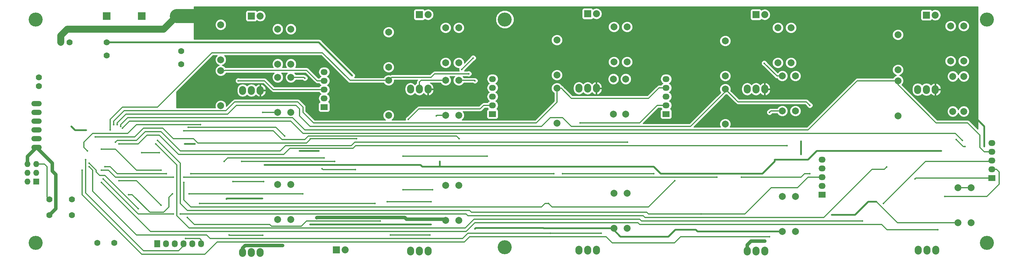
<source format=gbl>
G04 #@! TF.FileFunction,Copper,L2,Bot,Signal*
%FSLAX46Y46*%
G04 Gerber Fmt 4.6, Leading zero omitted, Abs format (unit mm)*
G04 Created by KiCad (PCBNEW (2015-08-28 BZR 6132)-product) date Friday, October 16, 2015 'PMt' 04:58:48 PM*
%MOMM*%
G01*
G04 APERTURE LIST*
%ADD10C,0.100000*%
%ADD11C,1.778000*%
%ADD12R,1.727200X1.727200*%
%ADD13O,1.727200X1.727200*%
%ADD14O,3.014980X1.506220*%
%ADD15R,2.235200X2.235200*%
%ADD16R,2.032000X1.727200*%
%ADD17O,2.032000X1.727200*%
%ADD18R,1.727200X2.032000*%
%ADD19O,1.727200X2.032000*%
%ADD20R,2.032000X2.032000*%
%ADD21O,2.032000X2.032000*%
%ADD22C,1.998980*%
%ADD23C,4.064000*%
%ADD24O,2.032000X2.540000*%
%ADD25C,0.508000*%
%ADD26C,1.016000*%
%ADD27C,0.304800*%
%ADD28C,0.508000*%
%ADD29C,4.064000*%
%ADD30C,2.032000*%
%ADD31C,0.254000*%
G04 APERTURE END LIST*
D10*
D11*
X17399000Y-44704000D03*
X17399000Y-47244000D03*
X26289000Y-34544000D03*
X23749000Y-34544000D03*
D12*
X16637000Y-74930000D03*
D13*
X14097000Y-74930000D03*
X16637000Y-72390000D03*
X14097000Y-72390000D03*
X16637000Y-69850000D03*
X14097000Y-69850000D03*
D14*
X16764000Y-65024000D03*
X16764000Y-62484000D03*
X16764000Y-59944000D03*
X16764000Y-57404000D03*
X16764000Y-54864000D03*
X16764000Y-52324000D03*
D15*
X57404000Y-26924000D03*
D16*
X100076000Y-53340000D03*
D17*
X100076000Y-50800000D03*
X100076000Y-48260000D03*
X100076000Y-45720000D03*
X100076000Y-43180000D03*
D16*
X199136000Y-55372000D03*
D17*
X199136000Y-52832000D03*
X199136000Y-50292000D03*
X199136000Y-47752000D03*
X199136000Y-45212000D03*
D16*
X293497000Y-73914000D03*
D17*
X293497000Y-71374000D03*
X293497000Y-68834000D03*
X293497000Y-66294000D03*
X293497000Y-63754000D03*
D16*
X148844000Y-55372000D03*
D17*
X148844000Y-52832000D03*
X148844000Y-50292000D03*
X148844000Y-47752000D03*
X148844000Y-45212000D03*
D16*
X244348000Y-78740000D03*
D17*
X244348000Y-76200000D03*
X244348000Y-73660000D03*
X244348000Y-71120000D03*
X244348000Y-68580000D03*
D15*
X37084000Y-26924000D03*
X47244000Y-26924000D03*
D18*
X51689000Y-92964000D03*
D19*
X54229000Y-92964000D03*
X56769000Y-92964000D03*
X59309000Y-92964000D03*
X61849000Y-92964000D03*
X64389000Y-92964000D03*
D20*
X78994000Y-26924000D03*
D21*
X81534000Y-26924000D03*
D20*
X127635000Y-26543000D03*
D21*
X130175000Y-26543000D03*
D20*
X176403000Y-26289000D03*
D21*
X178943000Y-26289000D03*
D20*
X225171000Y-26543000D03*
D21*
X227711000Y-26543000D03*
D20*
X274574000Y-26670000D03*
D21*
X277114000Y-26670000D03*
D20*
X103632000Y-94742000D03*
D21*
X106172000Y-94742000D03*
D11*
X37084000Y-34544000D03*
X37084000Y-38354000D03*
X58674000Y-40894000D03*
X58674000Y-37084000D03*
D22*
X90424000Y-54864000D03*
X90424000Y-44704000D03*
X86614000Y-40894000D03*
X86614000Y-30734000D03*
X86614000Y-85979000D03*
X86614000Y-75819000D03*
X90424000Y-75819000D03*
X90424000Y-85979000D03*
X86614000Y-44704000D03*
X86614000Y-54864000D03*
X70104000Y-42799000D03*
X70104000Y-52959000D03*
X139065000Y-55753000D03*
X139065000Y-45593000D03*
X135255000Y-40513000D03*
X135255000Y-30353000D03*
X139065000Y-86233000D03*
X139065000Y-76073000D03*
X135255000Y-76073000D03*
X135255000Y-86233000D03*
X135255000Y-45593000D03*
X135255000Y-55753000D03*
X139065000Y-40513000D03*
X139065000Y-30353000D03*
X118745000Y-31623000D03*
X118745000Y-41783000D03*
X118745000Y-45593000D03*
X118745000Y-55753000D03*
X187452000Y-55372000D03*
X187452000Y-45212000D03*
X184023000Y-40259000D03*
X184023000Y-30099000D03*
X184023000Y-88519000D03*
X184023000Y-78359000D03*
X187833000Y-78359000D03*
X187833000Y-88519000D03*
X183896000Y-45212000D03*
X183896000Y-55372000D03*
X167513000Y-33909000D03*
X167513000Y-44069000D03*
X167513000Y-47879000D03*
X167513000Y-58039000D03*
X236601000Y-54483000D03*
X236601000Y-44323000D03*
X231521000Y-40513000D03*
X231521000Y-30353000D03*
X232791000Y-89408000D03*
X232791000Y-79248000D03*
X236601000Y-79248000D03*
X236601000Y-89408000D03*
X232791000Y-44323000D03*
X232791000Y-54483000D03*
X235331000Y-40513000D03*
X235331000Y-30353000D03*
X216281000Y-34163000D03*
X216281000Y-44323000D03*
X216281000Y-48133000D03*
X216281000Y-58293000D03*
X285369000Y-54610000D03*
X285369000Y-44450000D03*
X281559000Y-40005000D03*
X281559000Y-29845000D03*
X283718000Y-86868000D03*
X283718000Y-76708000D03*
X287528000Y-76708000D03*
X287528000Y-86868000D03*
X282194000Y-44450000D03*
X282194000Y-54610000D03*
X285369000Y-40005000D03*
X285369000Y-29845000D03*
X266319000Y-32385000D03*
X266319000Y-42545000D03*
X266319000Y-45720000D03*
X266319000Y-55880000D03*
X70104000Y-29464000D03*
X70104000Y-39624000D03*
X90424000Y-40894000D03*
X90424000Y-30734000D03*
D23*
X16510000Y-27940000D03*
X16510000Y-92710000D03*
X292100000Y-92710000D03*
X292100000Y-27940000D03*
X152400000Y-93980000D03*
X152400000Y-27940000D03*
D22*
X187833000Y-40259000D03*
X187833000Y-30099000D03*
D11*
X34389060Y-92710000D03*
X39270940Y-92710000D03*
X20499000Y-84673000D03*
X20499000Y-80173000D03*
X26999000Y-84673000D03*
X26999000Y-80173000D03*
D24*
X127635000Y-95123000D03*
X125095000Y-95123000D03*
X130175000Y-95123000D03*
X127635000Y-48133000D03*
X130175000Y-48133000D03*
X125095000Y-48133000D03*
X78994000Y-95504000D03*
X76454000Y-95504000D03*
X81534000Y-95504000D03*
X78994000Y-48514000D03*
X81534000Y-48514000D03*
X76454000Y-48514000D03*
X176403000Y-47879000D03*
X178943000Y-47879000D03*
X173863000Y-47879000D03*
X176403000Y-94869000D03*
X173863000Y-94869000D03*
X178943000Y-94869000D03*
X225171000Y-48133000D03*
X227711000Y-48133000D03*
X222631000Y-48133000D03*
X225171000Y-95123000D03*
X222631000Y-95123000D03*
X227711000Y-95123000D03*
X274574000Y-48260000D03*
X277114000Y-48260000D03*
X272034000Y-48260000D03*
X274701000Y-94869000D03*
X272161000Y-94869000D03*
X277241000Y-94869000D03*
D25*
X88011000Y-93472000D03*
X97917000Y-85471000D03*
X123952000Y-85852000D03*
X131445000Y-77343000D03*
X122936000Y-77343000D03*
X227711000Y-92202000D03*
X73660000Y-74930000D03*
X82550000Y-74930000D03*
X94488000Y-44958000D03*
X143764000Y-45720000D03*
X143256000Y-39116000D03*
X139954000Y-42418000D03*
X21336000Y-71882000D03*
X247142000Y-84582000D03*
X143764000Y-88646000D03*
X59690000Y-64008000D03*
X96012000Y-87376000D03*
X115316000Y-87376000D03*
X62611000Y-64008000D03*
X26797000Y-58928000D03*
X31115000Y-60071000D03*
X82169000Y-79883000D03*
X71755000Y-80010000D03*
X131064000Y-87376000D03*
X163576000Y-88392000D03*
X207772000Y-88900000D03*
X260096000Y-80772000D03*
X106553000Y-54737000D03*
X195326000Y-56896000D03*
X169926000Y-46482000D03*
X142748000Y-51054000D03*
X92964000Y-66040000D03*
X98552000Y-66040000D03*
X98552000Y-56134000D03*
X122428000Y-52324000D03*
X72644000Y-50800000D03*
X96266000Y-54610000D03*
X238252000Y-63246000D03*
X238252000Y-67056000D03*
X272542000Y-50800000D03*
X291338000Y-64770000D03*
X288544000Y-57404000D03*
X239776000Y-57912000D03*
X219710000Y-58674000D03*
X110744000Y-70104000D03*
X108204000Y-44196000D03*
X133604000Y-69088000D03*
X82804000Y-70104000D03*
X181864000Y-70612000D03*
X278892000Y-66040000D03*
X230632000Y-68580000D03*
X119253000Y-90424000D03*
X130683000Y-90424000D03*
X124460000Y-56896000D03*
X35560000Y-65532000D03*
X52832000Y-71628000D03*
X60452000Y-85344000D03*
X116332000Y-86360000D03*
X31496000Y-66040000D03*
X64262000Y-58420000D03*
X100076000Y-68072000D03*
X71120000Y-69088000D03*
X82296000Y-90551000D03*
X40640000Y-74676000D03*
X52832000Y-81788000D03*
X72517000Y-90424000D03*
X103124000Y-69088000D03*
X76200000Y-69088000D03*
X30988000Y-68580000D03*
X46228000Y-82804000D03*
X32004000Y-69596000D03*
X36576000Y-70612000D03*
X54356000Y-72644000D03*
X61468000Y-72644000D03*
X166624000Y-72644000D03*
X169164000Y-72644000D03*
X195580000Y-72644000D03*
X180340000Y-89916000D03*
X32004000Y-70612000D03*
X165608000Y-89916000D03*
X174244000Y-57912000D03*
X213868000Y-73660000D03*
X35560000Y-71628000D03*
X56388000Y-73660000D03*
X59436000Y-73660000D03*
X240792000Y-72644000D03*
X220980000Y-73660000D03*
X229108000Y-90932000D03*
X29972000Y-71628000D03*
X263017000Y-70739000D03*
X36068000Y-74168000D03*
X56388000Y-84328000D03*
X58420000Y-84328000D03*
X271272000Y-74168000D03*
X279908000Y-79248000D03*
X35560000Y-75184000D03*
X277876000Y-88900000D03*
X59944000Y-91440000D03*
X51308000Y-64008000D03*
X256032000Y-86360000D03*
X262128000Y-81280000D03*
X51816000Y-62992000D03*
X209296000Y-84328000D03*
X47244000Y-66548000D03*
X52324000Y-66548000D03*
X59436000Y-75184000D03*
X201676000Y-74676000D03*
X165100000Y-81280000D03*
X64008000Y-81280000D03*
X114808000Y-81280000D03*
X131064000Y-80772000D03*
X118364000Y-80772000D03*
X75184000Y-45720000D03*
X41656000Y-59436000D03*
X284988000Y-62992000D03*
X41148000Y-58928000D03*
X40640000Y-64008000D03*
X234188000Y-64516000D03*
X40132000Y-58420000D03*
X240792000Y-52832000D03*
X39624000Y-63500000D03*
X187960000Y-63500000D03*
X39116000Y-58420000D03*
X59436000Y-60198000D03*
X139192000Y-62484000D03*
X141986000Y-43688000D03*
X38100000Y-59944000D03*
X88646000Y-61722000D03*
X60706000Y-59182000D03*
X227584000Y-40640000D03*
X229108000Y-54864000D03*
X285750000Y-64770000D03*
X283210000Y-62738000D03*
X82296000Y-54864000D03*
X132588000Y-55880000D03*
X109474000Y-62484000D03*
X33782000Y-61976000D03*
X147320000Y-67564000D03*
X122936000Y-67564000D03*
X93853000Y-78486000D03*
X43434000Y-78740000D03*
X60960000Y-78486000D03*
X56134000Y-78486000D03*
X109093000Y-71501000D03*
X99441000Y-71247000D03*
D26*
X76454000Y-94234000D02*
X77216000Y-93472000D01*
X77216000Y-93472000D02*
X88011000Y-93472000D01*
X76454000Y-95504000D02*
X76454000Y-94234000D01*
X123444000Y-85344000D02*
X123952000Y-85852000D01*
X98044000Y-85344000D02*
X123444000Y-85344000D01*
X97917000Y-85471000D02*
X98044000Y-85344000D01*
X123952000Y-85852000D02*
X134874000Y-85852000D01*
X134874000Y-85852000D02*
X135255000Y-86233000D01*
D27*
X122936000Y-77343000D02*
X131445000Y-77343000D01*
D26*
X222631000Y-95123000D02*
X222631000Y-93345000D01*
X223774000Y-92202000D02*
X227711000Y-92202000D01*
X222631000Y-93345000D02*
X223774000Y-92202000D01*
X20499000Y-84673000D02*
X22352000Y-82820000D01*
X22352000Y-72898000D02*
X21336000Y-71882000D01*
X22352000Y-82820000D02*
X22352000Y-72898000D01*
D27*
X82550000Y-74930000D02*
X73660000Y-74930000D01*
X90424000Y-44704000D02*
X94234000Y-44704000D01*
X94234000Y-44704000D02*
X94488000Y-44958000D01*
X139065000Y-45593000D02*
X143637000Y-45593000D01*
X143637000Y-45593000D02*
X143764000Y-45720000D01*
X139954000Y-42418000D02*
X143256000Y-39116000D01*
D26*
X21336000Y-69596000D02*
X16764000Y-65024000D01*
X21336000Y-71882000D02*
X21336000Y-69596000D01*
X14097000Y-69850000D02*
X14097000Y-67691000D01*
X14097000Y-67691000D02*
X16764000Y-65024000D01*
D28*
X260096000Y-80772000D02*
X257683000Y-80772000D01*
X253873000Y-84582000D02*
X257683000Y-80772000D01*
X253873000Y-84582000D02*
X247142000Y-84582000D01*
X184023000Y-88519000D02*
X184023000Y-89027000D01*
X184023000Y-89027000D02*
X185928000Y-90932000D01*
X201803000Y-88900000D02*
X207772000Y-88900000D01*
X199771000Y-90932000D02*
X201803000Y-88900000D01*
X185928000Y-90932000D02*
X199771000Y-90932000D01*
X144018000Y-88392000D02*
X163576000Y-88392000D01*
X143764000Y-88646000D02*
X144018000Y-88392000D01*
X59690000Y-64008000D02*
X62611000Y-64008000D01*
X115316000Y-87376000D02*
X96012000Y-87376000D01*
X27940000Y-60071000D02*
X26797000Y-58928000D01*
X31115000Y-60071000D02*
X27940000Y-60071000D01*
X82169000Y-79883000D02*
X71882000Y-79883000D01*
X71882000Y-79883000D02*
X71755000Y-80010000D01*
X131064000Y-87376000D02*
X115316000Y-87376000D01*
X184023000Y-88519000D02*
X163703000Y-88519000D01*
X163703000Y-88519000D02*
X163576000Y-88392000D01*
X232791000Y-89408000D02*
X208280000Y-89408000D01*
X208280000Y-89408000D02*
X207772000Y-88900000D01*
D27*
X283718000Y-86868000D02*
X266192000Y-86868000D01*
X266192000Y-86868000D02*
X260096000Y-80772000D01*
D29*
X57404000Y-26924000D02*
X65024000Y-26924000D01*
D28*
X92964000Y-66040000D02*
X98552000Y-66040000D01*
X238252000Y-67056000D02*
X238252000Y-63246000D01*
X291338000Y-58928000D02*
X288798000Y-56388000D01*
X291338000Y-64770000D02*
X291338000Y-58928000D01*
D30*
X57404000Y-26924000D02*
X53594000Y-30734000D01*
X23749000Y-32639000D02*
X23749000Y-34544000D01*
X25654000Y-30734000D02*
X23749000Y-32639000D01*
X53594000Y-30734000D02*
X25654000Y-30734000D01*
D27*
X20499000Y-80173000D02*
X19812000Y-79486000D01*
X19812000Y-79486000D02*
X19812000Y-70612000D01*
X19050000Y-69850000D02*
X16637000Y-69850000D01*
X19050000Y-69850000D02*
X19812000Y-70612000D01*
D28*
X37084000Y-34544000D02*
X98552000Y-34544000D01*
X98552000Y-34544000D02*
X108204000Y-44196000D01*
X133604000Y-69088000D02*
X133604000Y-70612000D01*
X128016000Y-70104000D02*
X110744000Y-70104000D01*
X128524000Y-70612000D02*
X128016000Y-70104000D01*
X133604000Y-70612000D02*
X128524000Y-70612000D01*
X110744000Y-70104000D02*
X82804000Y-70104000D01*
X181864000Y-70612000D02*
X133604000Y-70612000D01*
X230632000Y-68580000D02*
X230632000Y-69088000D01*
X195580000Y-70612000D02*
X181864000Y-70612000D01*
X197612000Y-72644000D02*
X195580000Y-70612000D01*
X227076000Y-72644000D02*
X197612000Y-72644000D01*
X230632000Y-69088000D02*
X227076000Y-72644000D01*
X242824000Y-66040000D02*
X278892000Y-66040000D01*
X240284000Y-68580000D02*
X242824000Y-66040000D01*
X230632000Y-68580000D02*
X240284000Y-68580000D01*
D27*
X130683000Y-90424000D02*
X119253000Y-90424000D01*
X146304000Y-52832000D02*
X148844000Y-52832000D01*
X145288000Y-53848000D02*
X146304000Y-52832000D01*
X127508000Y-53848000D02*
X145288000Y-53848000D01*
X124460000Y-56896000D02*
X127508000Y-53848000D01*
X39624000Y-65532000D02*
X35560000Y-65532000D01*
X45720000Y-71628000D02*
X39624000Y-65532000D01*
X52832000Y-71628000D02*
X45720000Y-71628000D01*
X62484000Y-87376000D02*
X60452000Y-85344000D01*
X84328000Y-87376000D02*
X62484000Y-87376000D01*
X84836000Y-87884000D02*
X84328000Y-87376000D01*
X93472000Y-87884000D02*
X84836000Y-87884000D01*
X94996000Y-86360000D02*
X93472000Y-87884000D01*
X116332000Y-86360000D02*
X94996000Y-86360000D01*
X62992000Y-58420000D02*
X64262000Y-58420000D01*
X62992000Y-58420000D02*
X45720000Y-58420000D01*
X45720000Y-58420000D02*
X43180000Y-60960000D01*
X43180000Y-60960000D02*
X33020000Y-60960000D01*
X33020000Y-60960000D02*
X30480000Y-63500000D01*
X30480000Y-63500000D02*
X30480000Y-65024000D01*
X30480000Y-65024000D02*
X31496000Y-66040000D01*
X72136000Y-68072000D02*
X100076000Y-68072000D01*
X71120000Y-69088000D02*
X72136000Y-68072000D01*
X72644000Y-90551000D02*
X72517000Y-90424000D01*
X82296000Y-90551000D02*
X72644000Y-90551000D01*
X45720000Y-74676000D02*
X40640000Y-74676000D01*
X52832000Y-81788000D02*
X45720000Y-74676000D01*
X76200000Y-69088000D02*
X103124000Y-69088000D01*
X59309000Y-92964000D02*
X59309000Y-93599000D01*
X59309000Y-93599000D02*
X57912000Y-94996000D01*
X57912000Y-94996000D02*
X47752000Y-94996000D01*
X47752000Y-94996000D02*
X30988000Y-78232000D01*
X30988000Y-78232000D02*
X30988000Y-68580000D01*
X46228000Y-82804000D02*
X36576000Y-73152000D01*
X36576000Y-73152000D02*
X35052000Y-73152000D01*
X35052000Y-73152000D02*
X34036000Y-72136000D01*
X34036000Y-72136000D02*
X34036000Y-71628000D01*
X34036000Y-71628000D02*
X32004000Y-69596000D01*
X38100000Y-70612000D02*
X36576000Y-70612000D01*
X40132000Y-72644000D02*
X38100000Y-70612000D01*
X54356000Y-72644000D02*
X40132000Y-72644000D01*
X83312000Y-72644000D02*
X61468000Y-72644000D01*
X109728000Y-72644000D02*
X83312000Y-72644000D01*
X149352000Y-72644000D02*
X109728000Y-72644000D01*
X166624000Y-72644000D02*
X149352000Y-72644000D01*
X195580000Y-72644000D02*
X169164000Y-72644000D01*
X180340000Y-89916000D02*
X165608000Y-89916000D01*
X33020000Y-71628000D02*
X32004000Y-70612000D01*
X33020000Y-77724000D02*
X33020000Y-71628000D01*
X45720000Y-90424000D02*
X33020000Y-77724000D01*
X66040000Y-90424000D02*
X45720000Y-90424000D01*
X67056000Y-91440000D02*
X66040000Y-90424000D01*
X67564000Y-91440000D02*
X67056000Y-91440000D01*
X85344000Y-91440000D02*
X67564000Y-91440000D01*
X140208000Y-91440000D02*
X85344000Y-91440000D01*
X141732000Y-89916000D02*
X140208000Y-91440000D01*
X165608000Y-89916000D02*
X141732000Y-89916000D01*
X196596000Y-52832000D02*
X199136000Y-52832000D01*
X191516000Y-57912000D02*
X196596000Y-52832000D01*
X174244000Y-57912000D02*
X191516000Y-57912000D01*
X194564000Y-73660000D02*
X149352000Y-73660000D01*
X213868000Y-73660000D02*
X194564000Y-73660000D01*
X37592000Y-71628000D02*
X35560000Y-71628000D01*
X39624000Y-73660000D02*
X37592000Y-71628000D01*
X56388000Y-73660000D02*
X39624000Y-73660000D01*
X82804000Y-73660000D02*
X59436000Y-73660000D01*
X109220000Y-73660000D02*
X82804000Y-73660000D01*
X149352000Y-73660000D02*
X109220000Y-73660000D01*
X239268000Y-72644000D02*
X240792000Y-72644000D01*
X238252000Y-73660000D02*
X239268000Y-72644000D01*
X220980000Y-73660000D02*
X238252000Y-73660000D01*
X203327000Y-90932000D02*
X201549000Y-92710000D01*
X183515000Y-92710000D02*
X181737000Y-90932000D01*
X201549000Y-92710000D02*
X183515000Y-92710000D01*
X229108000Y-90932000D02*
X212852000Y-90932000D01*
X212852000Y-90932000D02*
X203327000Y-90932000D01*
X181737000Y-90932000D02*
X142240000Y-90932000D01*
X142240000Y-90932000D02*
X140716000Y-92456000D01*
X140716000Y-92456000D02*
X69088000Y-92456000D01*
X69088000Y-92456000D02*
X65532000Y-96012000D01*
X65532000Y-96012000D02*
X47244000Y-96012000D01*
X47244000Y-96012000D02*
X29972000Y-78740000D01*
X29972000Y-78740000D02*
X29972000Y-71628000D01*
X244856000Y-85344000D02*
X258826000Y-71374000D01*
X262382000Y-71374000D02*
X263017000Y-70739000D01*
X258826000Y-71374000D02*
X262382000Y-71374000D01*
X46228000Y-84328000D02*
X36068000Y-74168000D01*
X56388000Y-84328000D02*
X46228000Y-84328000D01*
X141224000Y-84328000D02*
X58420000Y-84328000D01*
X141732000Y-84836000D02*
X141224000Y-84328000D01*
X192532000Y-84836000D02*
X141732000Y-84836000D01*
X193040000Y-85344000D02*
X192532000Y-84836000D01*
X210820000Y-85344000D02*
X193040000Y-85344000D01*
X244856000Y-85344000D02*
X210820000Y-85344000D01*
X271526000Y-73914000D02*
X293497000Y-73914000D01*
X271272000Y-74168000D02*
X271526000Y-73914000D01*
X263144000Y-88900000D02*
X277876000Y-88900000D01*
X263144000Y-88900000D02*
X261620000Y-87376000D01*
X261620000Y-87376000D02*
X191516000Y-87376000D01*
X191516000Y-87376000D02*
X191008000Y-86868000D01*
X191008000Y-86868000D02*
X143764000Y-86868000D01*
X143764000Y-86868000D02*
X141224000Y-89408000D01*
X141224000Y-89408000D02*
X49784000Y-89408000D01*
X49784000Y-89408000D02*
X35560000Y-75184000D01*
X294894000Y-71374000D02*
X293497000Y-71374000D01*
X295656000Y-72136000D02*
X294894000Y-71374000D01*
X295656000Y-75692000D02*
X295656000Y-72136000D01*
X292100000Y-79248000D02*
X295656000Y-75692000D01*
X279908000Y-79248000D02*
X292100000Y-79248000D01*
X64389000Y-92964000D02*
X64389000Y-91821000D01*
X64008000Y-91440000D02*
X59944000Y-91440000D01*
X64389000Y-91821000D02*
X64008000Y-91440000D01*
X57404000Y-70104000D02*
X51308000Y-64008000D01*
X57404000Y-84836000D02*
X57404000Y-70104000D01*
X60960000Y-88392000D02*
X57404000Y-84836000D01*
X140970000Y-88392000D02*
X60960000Y-88392000D01*
X143510000Y-85852000D02*
X140970000Y-88392000D01*
X191516000Y-85852000D02*
X143510000Y-85852000D01*
X192024000Y-86360000D02*
X191516000Y-85852000D01*
X230632000Y-86360000D02*
X192024000Y-86360000D01*
X256032000Y-86360000D02*
X230632000Y-86360000D01*
X274320000Y-69088000D02*
X293243000Y-69088000D01*
X262128000Y-81280000D02*
X274320000Y-69088000D01*
X293243000Y-69088000D02*
X293497000Y-68834000D01*
X209296000Y-84328000D02*
X194056000Y-84328000D01*
X58420000Y-69596000D02*
X51816000Y-62992000D01*
X58420000Y-81280000D02*
X58420000Y-69596000D01*
X60452000Y-83312000D02*
X58420000Y-81280000D01*
X142240000Y-83312000D02*
X60452000Y-83312000D01*
X142748000Y-83820000D02*
X142240000Y-83312000D01*
X193548000Y-83820000D02*
X142748000Y-83820000D01*
X194056000Y-84328000D02*
X193548000Y-83820000D01*
X244348000Y-73660000D02*
X240284000Y-73660000D01*
X221996000Y-84328000D02*
X209296000Y-84328000D01*
X229616000Y-76708000D02*
X221996000Y-84328000D01*
X237236000Y-76708000D02*
X229616000Y-76708000D01*
X240284000Y-73660000D02*
X237236000Y-76708000D01*
X165100000Y-81280000D02*
X164084000Y-81280000D01*
X52324000Y-66548000D02*
X47244000Y-66548000D01*
X59436000Y-80264000D02*
X59436000Y-75184000D01*
X61468000Y-82296000D02*
X59436000Y-80264000D01*
X81280000Y-82296000D02*
X61468000Y-82296000D01*
X104648000Y-82296000D02*
X81280000Y-82296000D01*
X163068000Y-82296000D02*
X104648000Y-82296000D01*
X164084000Y-81280000D02*
X163068000Y-82296000D01*
X194056000Y-82296000D02*
X201676000Y-74676000D01*
X166116000Y-82296000D02*
X194056000Y-82296000D01*
X165100000Y-81280000D02*
X166116000Y-82296000D01*
X68707000Y-81280000D02*
X64008000Y-81280000D01*
X80264000Y-81280000D02*
X68707000Y-81280000D01*
X68707000Y-81280000D02*
X68580000Y-81280000D01*
X114808000Y-81280000D02*
X80264000Y-81280000D01*
X118364000Y-80772000D02*
X131064000Y-80772000D01*
X85344000Y-48260000D02*
X100076000Y-48260000D01*
X82804000Y-45720000D02*
X85344000Y-48260000D01*
X75184000Y-45720000D02*
X82804000Y-45720000D01*
X43688000Y-57404000D02*
X41656000Y-59436000D01*
X90424000Y-57404000D02*
X43688000Y-57404000D01*
X93980000Y-60960000D02*
X90424000Y-57404000D01*
X282956000Y-60960000D02*
X93980000Y-60960000D01*
X284988000Y-62992000D02*
X282956000Y-60960000D01*
X266319000Y-45720000D02*
X254508000Y-45720000D01*
X41148000Y-58420000D02*
X41148000Y-58928000D01*
X43180000Y-56388000D02*
X41148000Y-58420000D01*
X66548000Y-56388000D02*
X43180000Y-56388000D01*
X90932000Y-56388000D02*
X66548000Y-56388000D01*
X94488000Y-59944000D02*
X90932000Y-56388000D01*
X240284000Y-59944000D02*
X94488000Y-59944000D01*
X254508000Y-45720000D02*
X240284000Y-59944000D01*
X266319000Y-45720000D02*
X266319000Y-46863000D01*
X291338000Y-66294000D02*
X293497000Y-66294000D01*
X290068000Y-65024000D02*
X291338000Y-66294000D01*
X290068000Y-61468000D02*
X290068000Y-65024000D01*
X286512000Y-57912000D02*
X290068000Y-61468000D01*
X277368000Y-57912000D02*
X286512000Y-57912000D01*
X266319000Y-46863000D02*
X277368000Y-57912000D01*
X109220000Y-64516000D02*
X108458000Y-65278000D01*
X108458000Y-65278000D02*
X90170000Y-65278000D01*
X46228000Y-64008000D02*
X40640000Y-64008000D01*
X48768000Y-61468000D02*
X46228000Y-64008000D01*
X52324000Y-61468000D02*
X48768000Y-61468000D01*
X57912000Y-67056000D02*
X52324000Y-61468000D01*
X88392000Y-67056000D02*
X57912000Y-67056000D01*
X90170000Y-65278000D02*
X88392000Y-67056000D01*
X150876000Y-64516000D02*
X109220000Y-64516000D01*
X199644000Y-64516000D02*
X150876000Y-64516000D01*
X234188000Y-64516000D02*
X199644000Y-64516000D01*
X216281000Y-48133000D02*
X216281000Y-48895000D01*
X216281000Y-48895000D02*
X206248000Y-58928000D01*
X40132000Y-57912000D02*
X40132000Y-58420000D01*
X42672000Y-55372000D02*
X40132000Y-57912000D01*
X72136000Y-55372000D02*
X42672000Y-55372000D01*
X74676000Y-52832000D02*
X72136000Y-55372000D01*
X91948000Y-52832000D02*
X74676000Y-52832000D01*
X92964000Y-53848000D02*
X91948000Y-52832000D01*
X92964000Y-55880000D02*
X92964000Y-53848000D01*
X96012000Y-58928000D02*
X92964000Y-55880000D01*
X163068000Y-58928000D02*
X96012000Y-58928000D01*
X165608000Y-56388000D02*
X163068000Y-58928000D01*
X169164000Y-56388000D02*
X165608000Y-56388000D01*
X171704000Y-58928000D02*
X169164000Y-56388000D01*
X206248000Y-58928000D02*
X171704000Y-58928000D01*
X240792000Y-52832000D02*
X239776000Y-51816000D01*
X239776000Y-51816000D02*
X219964000Y-51816000D01*
X219964000Y-51816000D02*
X216281000Y-48133000D01*
X108966000Y-63500000D02*
X107950000Y-64516000D01*
X107950000Y-64516000D02*
X88900000Y-64516000D01*
X40132000Y-62992000D02*
X39624000Y-63500000D01*
X45720000Y-62992000D02*
X40132000Y-62992000D01*
X48260000Y-60452000D02*
X45720000Y-62992000D01*
X52832000Y-60452000D02*
X48260000Y-60452000D01*
X58420000Y-66040000D02*
X52832000Y-60452000D01*
X87376000Y-66040000D02*
X58420000Y-66040000D01*
X88900000Y-64516000D02*
X87376000Y-66040000D01*
X113284000Y-63500000D02*
X108966000Y-63500000D01*
X143764000Y-63500000D02*
X113284000Y-63500000D01*
X180340000Y-63500000D02*
X143764000Y-63500000D01*
X187960000Y-63500000D02*
X180340000Y-63500000D01*
X167513000Y-47879000D02*
X168783000Y-47879000D01*
X197104000Y-47752000D02*
X199136000Y-47752000D01*
X194056000Y-50800000D02*
X197104000Y-47752000D01*
X171704000Y-50800000D02*
X194056000Y-50800000D01*
X168783000Y-47879000D02*
X171704000Y-50800000D01*
X57404000Y-54356000D02*
X42164000Y-54356000D01*
X167513000Y-51943000D02*
X161544000Y-57912000D01*
X161544000Y-57912000D02*
X97028000Y-57912000D01*
X97028000Y-57912000D02*
X93980000Y-54864000D01*
X93980000Y-54864000D02*
X93980000Y-53340000D01*
X93980000Y-53340000D02*
X92456000Y-51816000D01*
X92456000Y-51816000D02*
X74168000Y-51816000D01*
X74168000Y-51816000D02*
X71628000Y-54356000D01*
X71628000Y-54356000D02*
X57404000Y-54356000D01*
X167513000Y-47879000D02*
X167513000Y-51943000D01*
X39116000Y-57404000D02*
X39116000Y-58420000D01*
X42164000Y-54356000D02*
X39116000Y-57404000D01*
X85344000Y-60198000D02*
X87884000Y-62738000D01*
X59436000Y-60198000D02*
X85344000Y-60198000D01*
X138430000Y-61722000D02*
X139192000Y-62484000D01*
X95504000Y-61722000D02*
X138430000Y-61722000D01*
X94488000Y-62738000D02*
X95504000Y-61722000D01*
X87884000Y-62738000D02*
X94488000Y-62738000D01*
X118745000Y-45593000D02*
X107569000Y-45593000D01*
X38100000Y-56896000D02*
X38100000Y-59944000D01*
X41656000Y-53340000D02*
X38100000Y-56896000D01*
X51816000Y-53340000D02*
X41656000Y-53340000D01*
X67564000Y-37592000D02*
X51816000Y-53340000D01*
X99568000Y-37592000D02*
X67564000Y-37592000D01*
X107569000Y-45593000D02*
X99568000Y-37592000D01*
X118745000Y-45593000D02*
X119634000Y-44704000D01*
X119634000Y-44704000D02*
X131064000Y-44704000D01*
X131064000Y-44704000D02*
X132080000Y-43688000D01*
X132080000Y-43688000D02*
X141986000Y-43688000D01*
X86106000Y-59182000D02*
X88646000Y-61722000D01*
X60706000Y-59182000D02*
X86106000Y-59182000D01*
X70104000Y-42799000D02*
X71247000Y-42799000D01*
X98044000Y-45720000D02*
X100076000Y-45720000D01*
X94996000Y-42672000D02*
X98044000Y-45720000D01*
X71374000Y-42672000D02*
X94996000Y-42672000D01*
X71247000Y-42799000D02*
X71374000Y-42672000D01*
X135255000Y-45593000D02*
X128143000Y-45593000D01*
X127635000Y-46101000D02*
X127635000Y-48133000D01*
X128143000Y-45593000D02*
X127635000Y-46101000D01*
X232791000Y-44323000D02*
X231267000Y-44323000D01*
X231267000Y-44323000D02*
X227584000Y-40640000D01*
X232791000Y-54483000D02*
X229489000Y-54483000D01*
X229489000Y-54483000D02*
X229108000Y-54864000D01*
X283718000Y-76708000D02*
X287528000Y-76708000D01*
X285242000Y-64770000D02*
X285750000Y-64770000D01*
X283210000Y-62738000D02*
X285242000Y-64770000D01*
X82296000Y-54864000D02*
X86614000Y-54864000D01*
X132715000Y-55753000D02*
X135255000Y-55753000D01*
X132588000Y-55880000D02*
X132715000Y-55753000D01*
X39624000Y-61976000D02*
X33782000Y-61976000D01*
X109474000Y-62484000D02*
X105156000Y-62484000D01*
X45212000Y-61976000D02*
X39624000Y-61976000D01*
X47752000Y-59436000D02*
X45212000Y-61976000D01*
X53340000Y-59436000D02*
X47752000Y-59436000D01*
X56388000Y-62484000D02*
X53340000Y-59436000D01*
X62230000Y-62484000D02*
X56388000Y-62484000D01*
X105156000Y-62484000D02*
X96012000Y-62484000D01*
X96012000Y-62738000D02*
X94996000Y-63754000D01*
X94996000Y-63754000D02*
X63500000Y-63754000D01*
X63500000Y-63754000D02*
X62230000Y-62484000D01*
X96012000Y-62484000D02*
X96012000Y-62738000D01*
X122936000Y-67564000D02*
X147320000Y-67564000D01*
X93980000Y-78486000D02*
X93853000Y-78486000D01*
X93853000Y-78486000D02*
X60960000Y-78486000D01*
X56134000Y-78486000D02*
X55118000Y-79502000D01*
X55118000Y-79502000D02*
X55118000Y-82296000D01*
X55118000Y-82296000D02*
X53543202Y-83870798D01*
X53543202Y-83870798D02*
X49580798Y-83870798D01*
X49580798Y-83870798D02*
X44450000Y-78740000D01*
X44450000Y-78740000D02*
X43434000Y-78740000D01*
X99695000Y-71501000D02*
X109093000Y-71501000D01*
X99441000Y-71247000D02*
X99695000Y-71501000D01*
D31*
G36*
X289433000Y-26668818D02*
X289432538Y-27198172D01*
X289433000Y-27199290D01*
X289433000Y-59719448D01*
X287068776Y-57355224D01*
X286813325Y-57184537D01*
X286512000Y-57124600D01*
X277694152Y-57124600D01*
X275503246Y-54933694D01*
X280559226Y-54933694D01*
X280807538Y-55534655D01*
X281266927Y-55994846D01*
X281867453Y-56244206D01*
X282517694Y-56244774D01*
X283118655Y-55996462D01*
X283578846Y-55537073D01*
X283781691Y-55048568D01*
X283982538Y-55534655D01*
X284441927Y-55994846D01*
X285042453Y-56244206D01*
X285692694Y-56244774D01*
X286293655Y-55996462D01*
X286753846Y-55537073D01*
X287003206Y-54936547D01*
X287003774Y-54286306D01*
X286755462Y-53685345D01*
X286296073Y-53225154D01*
X285695547Y-52975794D01*
X285045306Y-52975226D01*
X284444345Y-53223538D01*
X283984154Y-53682927D01*
X283781309Y-54171432D01*
X283580462Y-53685345D01*
X283121073Y-53225154D01*
X282520547Y-52975794D01*
X281870306Y-52975226D01*
X281269345Y-53223538D01*
X280809154Y-53682927D01*
X280559794Y-54283453D01*
X280559226Y-54933694D01*
X275503246Y-54933694D01*
X268538231Y-47968679D01*
X270383000Y-47968679D01*
X270383000Y-48551321D01*
X270508675Y-49183131D01*
X270866567Y-49718754D01*
X271402190Y-50076646D01*
X272034000Y-50202321D01*
X272665810Y-50076646D01*
X273201433Y-49718754D01*
X273304000Y-49565252D01*
X273406567Y-49718754D01*
X273942190Y-50076646D01*
X274574000Y-50202321D01*
X275205810Y-50076646D01*
X275741433Y-49718754D01*
X275858054Y-49544219D01*
X276036370Y-49771236D01*
X276599523Y-50087926D01*
X276731056Y-50119975D01*
X276987000Y-50000836D01*
X276987000Y-48387000D01*
X277241000Y-48387000D01*
X277241000Y-50000836D01*
X277496944Y-50119975D01*
X277628477Y-50087926D01*
X278191630Y-49771236D01*
X278590724Y-49263143D01*
X278765000Y-48641000D01*
X278765000Y-48387000D01*
X277241000Y-48387000D01*
X276987000Y-48387000D01*
X276967000Y-48387000D01*
X276967000Y-48133000D01*
X276987000Y-48133000D01*
X276987000Y-46519164D01*
X277241000Y-46519164D01*
X277241000Y-48133000D01*
X278765000Y-48133000D01*
X278765000Y-47879000D01*
X278590724Y-47256857D01*
X278191630Y-46748764D01*
X277628477Y-46432074D01*
X277496944Y-46400025D01*
X277241000Y-46519164D01*
X276987000Y-46519164D01*
X276731056Y-46400025D01*
X276599523Y-46432074D01*
X276036370Y-46748764D01*
X275858054Y-46975781D01*
X275741433Y-46801246D01*
X275205810Y-46443354D01*
X274574000Y-46317679D01*
X273942190Y-46443354D01*
X273406567Y-46801246D01*
X273304000Y-46954748D01*
X273201433Y-46801246D01*
X272665810Y-46443354D01*
X272034000Y-46317679D01*
X271402190Y-46443354D01*
X270866567Y-46801246D01*
X270508675Y-47336869D01*
X270383000Y-47968679D01*
X268538231Y-47968679D01*
X267460023Y-46890471D01*
X267703846Y-46647073D01*
X267953206Y-46046547D01*
X267953774Y-45396306D01*
X267705462Y-44795345D01*
X267683849Y-44773694D01*
X280559226Y-44773694D01*
X280807538Y-45374655D01*
X281266927Y-45834846D01*
X281867453Y-46084206D01*
X282517694Y-46084774D01*
X283118655Y-45836462D01*
X283578846Y-45377073D01*
X283781691Y-44888568D01*
X283982538Y-45374655D01*
X284441927Y-45834846D01*
X285042453Y-46084206D01*
X285692694Y-46084774D01*
X286293655Y-45836462D01*
X286753846Y-45377073D01*
X287003206Y-44776547D01*
X287003774Y-44126306D01*
X286755462Y-43525345D01*
X286296073Y-43065154D01*
X285695547Y-42815794D01*
X285045306Y-42815226D01*
X284444345Y-43063538D01*
X283984154Y-43522927D01*
X283781309Y-44011432D01*
X283580462Y-43525345D01*
X283121073Y-43065154D01*
X282520547Y-42815794D01*
X281870306Y-42815226D01*
X281269345Y-43063538D01*
X280809154Y-43522927D01*
X280559794Y-44123453D01*
X280559226Y-44773694D01*
X267683849Y-44773694D01*
X267246073Y-44335154D01*
X266757568Y-44132309D01*
X267243655Y-43931462D01*
X267703846Y-43472073D01*
X267953206Y-42871547D01*
X267953774Y-42221306D01*
X267705462Y-41620345D01*
X267246073Y-41160154D01*
X266645547Y-40910794D01*
X265995306Y-40910226D01*
X265394345Y-41158538D01*
X264934154Y-41617927D01*
X264684794Y-42218453D01*
X264684226Y-42868694D01*
X264932538Y-43469655D01*
X265391927Y-43929846D01*
X265880432Y-44132691D01*
X265394345Y-44333538D01*
X264934154Y-44792927D01*
X264876157Y-44932600D01*
X254508000Y-44932600D01*
X254206675Y-44992537D01*
X253951224Y-45163224D01*
X239957848Y-59156600D01*
X217692202Y-59156600D01*
X217915206Y-58619547D01*
X217915774Y-57969306D01*
X217667462Y-57368345D01*
X217208073Y-56908154D01*
X216607547Y-56658794D01*
X215957306Y-56658226D01*
X215356345Y-56906538D01*
X214896154Y-57365927D01*
X214646794Y-57966453D01*
X214646226Y-58616694D01*
X214869311Y-59156600D01*
X207132952Y-59156600D01*
X211249495Y-55040057D01*
X228218846Y-55040057D01*
X228353903Y-55366920D01*
X228603764Y-55617218D01*
X228930391Y-55752846D01*
X229284057Y-55753154D01*
X229610920Y-55618097D01*
X229861218Y-55368236D01*
X229901843Y-55270400D01*
X231347825Y-55270400D01*
X231404538Y-55407655D01*
X231863927Y-55867846D01*
X232464453Y-56117206D01*
X233114694Y-56117774D01*
X233715655Y-55869462D01*
X234175846Y-55410073D01*
X234425206Y-54809547D01*
X234425208Y-54806694D01*
X234966226Y-54806694D01*
X235214538Y-55407655D01*
X235673927Y-55867846D01*
X236274453Y-56117206D01*
X236924694Y-56117774D01*
X237525655Y-55869462D01*
X237985846Y-55410073D01*
X238235206Y-54809547D01*
X238235774Y-54159306D01*
X237987462Y-53558345D01*
X237528073Y-53098154D01*
X236927547Y-52848794D01*
X236277306Y-52848226D01*
X235676345Y-53096538D01*
X235216154Y-53555927D01*
X234966794Y-54156453D01*
X234966226Y-54806694D01*
X234425208Y-54806694D01*
X234425774Y-54159306D01*
X234177462Y-53558345D01*
X233718073Y-53098154D01*
X233117547Y-52848794D01*
X232467306Y-52848226D01*
X231866345Y-53096538D01*
X231406154Y-53555927D01*
X231348157Y-53695600D01*
X229489000Y-53695600D01*
X229187675Y-53755537D01*
X228932224Y-53926224D01*
X228849563Y-54008885D01*
X228605080Y-54109903D01*
X228354782Y-54359764D01*
X228219154Y-54686391D01*
X228218846Y-55040057D01*
X211249495Y-55040057D01*
X216521850Y-49767702D01*
X216604694Y-49767774D01*
X216744468Y-49710020D01*
X219407224Y-52372776D01*
X219662675Y-52543463D01*
X219964000Y-52603400D01*
X239449848Y-52603400D01*
X239936885Y-53090437D01*
X240037903Y-53334920D01*
X240287764Y-53585218D01*
X240614391Y-53720846D01*
X240968057Y-53721154D01*
X241294920Y-53586097D01*
X241545218Y-53336236D01*
X241680846Y-53009609D01*
X241681154Y-52655943D01*
X241546097Y-52329080D01*
X241296236Y-52078782D01*
X241050149Y-51976597D01*
X240332776Y-51259224D01*
X240077325Y-51088537D01*
X239776000Y-51028600D01*
X220290152Y-51028600D01*
X217858254Y-48596702D01*
X217915206Y-48459547D01*
X217915745Y-47841679D01*
X220980000Y-47841679D01*
X220980000Y-48424321D01*
X221105675Y-49056131D01*
X221463567Y-49591754D01*
X221999190Y-49949646D01*
X222631000Y-50075321D01*
X223262810Y-49949646D01*
X223798433Y-49591754D01*
X223901000Y-49438252D01*
X224003567Y-49591754D01*
X224539190Y-49949646D01*
X225171000Y-50075321D01*
X225802810Y-49949646D01*
X226338433Y-49591754D01*
X226455054Y-49417219D01*
X226633370Y-49644236D01*
X227196523Y-49960926D01*
X227328056Y-49992975D01*
X227584000Y-49873836D01*
X227584000Y-48260000D01*
X227838000Y-48260000D01*
X227838000Y-49873836D01*
X228093944Y-49992975D01*
X228225477Y-49960926D01*
X228788630Y-49644236D01*
X229187724Y-49136143D01*
X229362000Y-48514000D01*
X229362000Y-48260000D01*
X227838000Y-48260000D01*
X227584000Y-48260000D01*
X227564000Y-48260000D01*
X227564000Y-48006000D01*
X227584000Y-48006000D01*
X227584000Y-46392164D01*
X227838000Y-46392164D01*
X227838000Y-48006000D01*
X229362000Y-48006000D01*
X229362000Y-47752000D01*
X229187724Y-47129857D01*
X228788630Y-46621764D01*
X228225477Y-46305074D01*
X228093944Y-46273025D01*
X227838000Y-46392164D01*
X227584000Y-46392164D01*
X227328056Y-46273025D01*
X227196523Y-46305074D01*
X226633370Y-46621764D01*
X226455054Y-46848781D01*
X226338433Y-46674246D01*
X225802810Y-46316354D01*
X225171000Y-46190679D01*
X224539190Y-46316354D01*
X224003567Y-46674246D01*
X223901000Y-46827748D01*
X223798433Y-46674246D01*
X223262810Y-46316354D01*
X222631000Y-46190679D01*
X221999190Y-46316354D01*
X221463567Y-46674246D01*
X221105675Y-47209869D01*
X220980000Y-47841679D01*
X217915745Y-47841679D01*
X217915774Y-47809306D01*
X217667462Y-47208345D01*
X217208073Y-46748154D01*
X216607547Y-46498794D01*
X215957306Y-46498226D01*
X215356345Y-46746538D01*
X214896154Y-47205927D01*
X214646794Y-47806453D01*
X214646226Y-48456694D01*
X214894538Y-49057655D01*
X214949617Y-49112831D01*
X205921848Y-58140600D01*
X192400952Y-58140600D01*
X196922152Y-53619400D01*
X197709660Y-53619400D01*
X197891585Y-53891670D01*
X197905913Y-53901243D01*
X197884683Y-53905238D01*
X197668559Y-54044310D01*
X197523569Y-54256510D01*
X197472560Y-54508400D01*
X197472560Y-56235600D01*
X197516838Y-56470917D01*
X197655910Y-56687041D01*
X197868110Y-56832031D01*
X198120000Y-56883040D01*
X200152000Y-56883040D01*
X200387317Y-56838762D01*
X200603441Y-56699690D01*
X200748431Y-56487490D01*
X200799440Y-56235600D01*
X200799440Y-54508400D01*
X200755162Y-54273083D01*
X200616090Y-54056959D01*
X200403890Y-53911969D01*
X200362561Y-53903600D01*
X200380415Y-53891670D01*
X200705271Y-53405489D01*
X200819345Y-52832000D01*
X200705271Y-52258511D01*
X200380415Y-51772330D01*
X200065634Y-51562000D01*
X200380415Y-51351670D01*
X200705271Y-50865489D01*
X200819345Y-50292000D01*
X200705271Y-49718511D01*
X200380415Y-49232330D01*
X200065634Y-49022000D01*
X200380415Y-48811670D01*
X200705271Y-48325489D01*
X200819345Y-47752000D01*
X200705271Y-47178511D01*
X200380415Y-46692330D01*
X200065634Y-46482000D01*
X200380415Y-46271670D01*
X200705271Y-45785489D01*
X200819345Y-45212000D01*
X200706899Y-44646694D01*
X214646226Y-44646694D01*
X214894538Y-45247655D01*
X215353927Y-45707846D01*
X215954453Y-45957206D01*
X216604694Y-45957774D01*
X217205655Y-45709462D01*
X217665846Y-45250073D01*
X217915206Y-44649547D01*
X217915774Y-43999306D01*
X217667462Y-43398345D01*
X217208073Y-42938154D01*
X216607547Y-42688794D01*
X215957306Y-42688226D01*
X215356345Y-42936538D01*
X214896154Y-43395927D01*
X214646794Y-43996453D01*
X214646226Y-44646694D01*
X200706899Y-44646694D01*
X200705271Y-44638511D01*
X200380415Y-44152330D01*
X199894234Y-43827474D01*
X199320745Y-43713400D01*
X198951255Y-43713400D01*
X198377766Y-43827474D01*
X197891585Y-44152330D01*
X197566729Y-44638511D01*
X197452655Y-45212000D01*
X197566729Y-45785489D01*
X197891585Y-46271670D01*
X198206366Y-46482000D01*
X197891585Y-46692330D01*
X197709660Y-46964600D01*
X197104000Y-46964600D01*
X196802675Y-47024537D01*
X196547224Y-47195224D01*
X193729848Y-50012600D01*
X172030152Y-50012600D01*
X169605231Y-47587679D01*
X172212000Y-47587679D01*
X172212000Y-48170321D01*
X172337675Y-48802131D01*
X172695567Y-49337754D01*
X173231190Y-49695646D01*
X173863000Y-49821321D01*
X174494810Y-49695646D01*
X175030433Y-49337754D01*
X175133000Y-49184252D01*
X175235567Y-49337754D01*
X175771190Y-49695646D01*
X176403000Y-49821321D01*
X177034810Y-49695646D01*
X177570433Y-49337754D01*
X177687054Y-49163219D01*
X177865370Y-49390236D01*
X178428523Y-49706926D01*
X178560056Y-49738975D01*
X178816000Y-49619836D01*
X178816000Y-48006000D01*
X179070000Y-48006000D01*
X179070000Y-49619836D01*
X179325944Y-49738975D01*
X179457477Y-49706926D01*
X180020630Y-49390236D01*
X180419724Y-48882143D01*
X180594000Y-48260000D01*
X180594000Y-48006000D01*
X179070000Y-48006000D01*
X178816000Y-48006000D01*
X178796000Y-48006000D01*
X178796000Y-47752000D01*
X178816000Y-47752000D01*
X178816000Y-46138164D01*
X179070000Y-46138164D01*
X179070000Y-47752000D01*
X180594000Y-47752000D01*
X180594000Y-47498000D01*
X180419724Y-46875857D01*
X180020630Y-46367764D01*
X179457477Y-46051074D01*
X179325944Y-46019025D01*
X179070000Y-46138164D01*
X178816000Y-46138164D01*
X178560056Y-46019025D01*
X178428523Y-46051074D01*
X177865370Y-46367764D01*
X177687054Y-46594781D01*
X177570433Y-46420246D01*
X177034810Y-46062354D01*
X176403000Y-45936679D01*
X175771190Y-46062354D01*
X175235567Y-46420246D01*
X175133000Y-46573748D01*
X175030433Y-46420246D01*
X174494810Y-46062354D01*
X173863000Y-45936679D01*
X173231190Y-46062354D01*
X172695567Y-46420246D01*
X172337675Y-46955869D01*
X172212000Y-47587679D01*
X169605231Y-47587679D01*
X169339776Y-47322224D01*
X169084325Y-47151537D01*
X168971682Y-47129131D01*
X168899462Y-46954345D01*
X168440073Y-46494154D01*
X167839547Y-46244794D01*
X167189306Y-46244226D01*
X166588345Y-46492538D01*
X166128154Y-46951927D01*
X165878794Y-47552453D01*
X165878226Y-48202694D01*
X166126538Y-48803655D01*
X166585927Y-49263846D01*
X166725600Y-49321843D01*
X166725600Y-51616848D01*
X161217848Y-57124600D01*
X140004543Y-57124600D01*
X140449846Y-56680073D01*
X140699206Y-56079547D01*
X140699774Y-55429306D01*
X140451462Y-54828345D01*
X140258853Y-54635400D01*
X145288000Y-54635400D01*
X145589325Y-54575463D01*
X145844776Y-54404776D01*
X146630152Y-53619400D01*
X147417660Y-53619400D01*
X147599585Y-53891670D01*
X147613913Y-53901243D01*
X147592683Y-53905238D01*
X147376559Y-54044310D01*
X147231569Y-54256510D01*
X147180560Y-54508400D01*
X147180560Y-56235600D01*
X147224838Y-56470917D01*
X147363910Y-56687041D01*
X147576110Y-56832031D01*
X147828000Y-56883040D01*
X149860000Y-56883040D01*
X150095317Y-56838762D01*
X150311441Y-56699690D01*
X150456431Y-56487490D01*
X150507440Y-56235600D01*
X150507440Y-54508400D01*
X150463162Y-54273083D01*
X150324090Y-54056959D01*
X150111890Y-53911969D01*
X150070561Y-53903600D01*
X150088415Y-53891670D01*
X150413271Y-53405489D01*
X150527345Y-52832000D01*
X150413271Y-52258511D01*
X150088415Y-51772330D01*
X149773634Y-51562000D01*
X150088415Y-51351670D01*
X150413271Y-50865489D01*
X150527345Y-50292000D01*
X150413271Y-49718511D01*
X150088415Y-49232330D01*
X149773634Y-49022000D01*
X150088415Y-48811670D01*
X150413271Y-48325489D01*
X150527345Y-47752000D01*
X150413271Y-47178511D01*
X150088415Y-46692330D01*
X149773634Y-46482000D01*
X150088415Y-46271670D01*
X150413271Y-45785489D01*
X150527345Y-45212000D01*
X150413271Y-44638511D01*
X150249022Y-44392694D01*
X165878226Y-44392694D01*
X166126538Y-44993655D01*
X166585927Y-45453846D01*
X167186453Y-45703206D01*
X167836694Y-45703774D01*
X168243478Y-45535694D01*
X182261226Y-45535694D01*
X182509538Y-46136655D01*
X182968927Y-46596846D01*
X183569453Y-46846206D01*
X184219694Y-46846774D01*
X184820655Y-46598462D01*
X185280846Y-46139073D01*
X185530206Y-45538547D01*
X185530208Y-45535694D01*
X185817226Y-45535694D01*
X186065538Y-46136655D01*
X186524927Y-46596846D01*
X187125453Y-46846206D01*
X187775694Y-46846774D01*
X188376655Y-46598462D01*
X188836846Y-46139073D01*
X189086206Y-45538547D01*
X189086774Y-44888306D01*
X188838462Y-44287345D01*
X188379073Y-43827154D01*
X187778547Y-43577794D01*
X187128306Y-43577226D01*
X186527345Y-43825538D01*
X186067154Y-44284927D01*
X185817794Y-44885453D01*
X185817226Y-45535694D01*
X185530208Y-45535694D01*
X185530774Y-44888306D01*
X185282462Y-44287345D01*
X184823073Y-43827154D01*
X184222547Y-43577794D01*
X183572306Y-43577226D01*
X182971345Y-43825538D01*
X182511154Y-44284927D01*
X182261794Y-44885453D01*
X182261226Y-45535694D01*
X168243478Y-45535694D01*
X168437655Y-45455462D01*
X168897846Y-44996073D01*
X169147206Y-44395547D01*
X169147774Y-43745306D01*
X168899462Y-43144345D01*
X168440073Y-42684154D01*
X167839547Y-42434794D01*
X167189306Y-42434226D01*
X166588345Y-42682538D01*
X166128154Y-43141927D01*
X165878794Y-43742453D01*
X165878226Y-44392694D01*
X150249022Y-44392694D01*
X150088415Y-44152330D01*
X149602234Y-43827474D01*
X149028745Y-43713400D01*
X148659255Y-43713400D01*
X148085766Y-43827474D01*
X147599585Y-44152330D01*
X147274729Y-44638511D01*
X147160655Y-45212000D01*
X147274729Y-45785489D01*
X147599585Y-46271670D01*
X147914366Y-46482000D01*
X147599585Y-46692330D01*
X147274729Y-47178511D01*
X147160655Y-47752000D01*
X147274729Y-48325489D01*
X147599585Y-48811670D01*
X147914366Y-49022000D01*
X147599585Y-49232330D01*
X147274729Y-49718511D01*
X147160655Y-50292000D01*
X147274729Y-50865489D01*
X147599585Y-51351670D01*
X147914366Y-51562000D01*
X147599585Y-51772330D01*
X147417660Y-52044600D01*
X146304000Y-52044600D01*
X146002675Y-52104537D01*
X145747224Y-52275224D01*
X144961848Y-53060600D01*
X127508000Y-53060600D01*
X127206675Y-53120537D01*
X126951224Y-53291224D01*
X124201563Y-56040885D01*
X123957080Y-56141903D01*
X123706782Y-56391764D01*
X123571154Y-56718391D01*
X123570846Y-57072057D01*
X123592556Y-57124600D01*
X119684543Y-57124600D01*
X120129846Y-56680073D01*
X120379206Y-56079547D01*
X120379774Y-55429306D01*
X120131462Y-54828345D01*
X119672073Y-54368154D01*
X119071547Y-54118794D01*
X118421306Y-54118226D01*
X117820345Y-54366538D01*
X117360154Y-54825927D01*
X117110794Y-55426453D01*
X117110226Y-56076694D01*
X117358538Y-56677655D01*
X117804704Y-57124600D01*
X97354152Y-57124600D01*
X94767400Y-54537848D01*
X94767400Y-53340000D01*
X94707463Y-53038675D01*
X94536776Y-52783224D01*
X93012776Y-51259224D01*
X92757325Y-51088537D01*
X92456000Y-51028600D01*
X74168000Y-51028600D01*
X73866675Y-51088537D01*
X73611224Y-51259224D01*
X71738340Y-53132108D01*
X71738774Y-52635306D01*
X71490462Y-52034345D01*
X71031073Y-51574154D01*
X70430547Y-51324794D01*
X69780306Y-51324226D01*
X69179345Y-51572538D01*
X68719154Y-52031927D01*
X68469794Y-52632453D01*
X68469226Y-53282694D01*
X68587360Y-53568600D01*
X57277000Y-53568600D01*
X57277000Y-48992552D01*
X58046873Y-48222679D01*
X74803000Y-48222679D01*
X74803000Y-48805321D01*
X74928675Y-49437131D01*
X75286567Y-49972754D01*
X75822190Y-50330646D01*
X76454000Y-50456321D01*
X77085810Y-50330646D01*
X77621433Y-49972754D01*
X77724000Y-49819252D01*
X77826567Y-49972754D01*
X78362190Y-50330646D01*
X78994000Y-50456321D01*
X79625810Y-50330646D01*
X80161433Y-49972754D01*
X80278054Y-49798219D01*
X80456370Y-50025236D01*
X81019523Y-50341926D01*
X81151056Y-50373975D01*
X81407000Y-50254836D01*
X81407000Y-48641000D01*
X81661000Y-48641000D01*
X81661000Y-50254836D01*
X81916944Y-50373975D01*
X82048477Y-50341926D01*
X82611630Y-50025236D01*
X83010724Y-49517143D01*
X83185000Y-48895000D01*
X83185000Y-48641000D01*
X81661000Y-48641000D01*
X81407000Y-48641000D01*
X81387000Y-48641000D01*
X81387000Y-48387000D01*
X81407000Y-48387000D01*
X81407000Y-46773164D01*
X81661000Y-46773164D01*
X81661000Y-48387000D01*
X83185000Y-48387000D01*
X83185000Y-48133000D01*
X83010724Y-47510857D01*
X82611630Y-47002764D01*
X82048477Y-46686074D01*
X81916944Y-46654025D01*
X81661000Y-46773164D01*
X81407000Y-46773164D01*
X81151056Y-46654025D01*
X81019523Y-46686074D01*
X80456370Y-47002764D01*
X80278054Y-47229781D01*
X80161433Y-47055246D01*
X79625810Y-46697354D01*
X78994000Y-46571679D01*
X78362190Y-46697354D01*
X77826567Y-47055246D01*
X77724000Y-47208748D01*
X77621433Y-47055246D01*
X77085810Y-46697354D01*
X76454000Y-46571679D01*
X75822190Y-46697354D01*
X75286567Y-47055246D01*
X74928675Y-47590869D01*
X74803000Y-48222679D01*
X58046873Y-48222679D01*
X67890152Y-38379400D01*
X69037235Y-38379400D01*
X68719154Y-38696927D01*
X68469794Y-39297453D01*
X68469226Y-39947694D01*
X68717538Y-40548655D01*
X69176927Y-41008846D01*
X69665432Y-41211691D01*
X69179345Y-41412538D01*
X68719154Y-41871927D01*
X68469794Y-42472453D01*
X68469226Y-43122694D01*
X68717538Y-43723655D01*
X69176927Y-44183846D01*
X69777453Y-44433206D01*
X70427694Y-44433774D01*
X71028655Y-44185462D01*
X71488846Y-43726073D01*
X71580719Y-43504818D01*
X71648692Y-43459400D01*
X85547235Y-43459400D01*
X85229154Y-43776927D01*
X84979794Y-44377453D01*
X84979226Y-45027694D01*
X85227538Y-45628655D01*
X85686927Y-46088846D01*
X86287453Y-46338206D01*
X86937694Y-46338774D01*
X87538655Y-46090462D01*
X87998846Y-45631073D01*
X88248206Y-45030547D01*
X88248774Y-44380306D01*
X88000462Y-43779345D01*
X87681075Y-43459400D01*
X89357235Y-43459400D01*
X89039154Y-43776927D01*
X88789794Y-44377453D01*
X88789226Y-45027694D01*
X89037538Y-45628655D01*
X89496927Y-46088846D01*
X90097453Y-46338206D01*
X90747694Y-46338774D01*
X91348655Y-46090462D01*
X91808846Y-45631073D01*
X91866843Y-45491400D01*
X93764330Y-45491400D01*
X93983764Y-45711218D01*
X94310391Y-45846846D01*
X94664057Y-45847154D01*
X94990920Y-45712097D01*
X95241218Y-45462236D01*
X95376846Y-45135609D01*
X95377154Y-44781943D01*
X95242097Y-44455080D01*
X94992236Y-44204782D01*
X94687606Y-44078288D01*
X94535325Y-43976537D01*
X94234000Y-43916600D01*
X91867175Y-43916600D01*
X91810462Y-43779345D01*
X91491075Y-43459400D01*
X94669848Y-43459400D01*
X97487224Y-46276776D01*
X97742675Y-46447463D01*
X98044000Y-46507400D01*
X98649660Y-46507400D01*
X98831585Y-46779670D01*
X99146366Y-46990000D01*
X98831585Y-47200330D01*
X98649660Y-47472600D01*
X85670152Y-47472600D01*
X83360776Y-45163224D01*
X83105325Y-44992537D01*
X82804000Y-44932600D01*
X75605917Y-44932600D01*
X75361609Y-44831154D01*
X75007943Y-44830846D01*
X74681080Y-44965903D01*
X74430782Y-45215764D01*
X74295154Y-45542391D01*
X74294846Y-45896057D01*
X74429903Y-46222920D01*
X74679764Y-46473218D01*
X75006391Y-46608846D01*
X75360057Y-46609154D01*
X75606321Y-46507400D01*
X82477848Y-46507400D01*
X84787224Y-48816776D01*
X85042675Y-48987463D01*
X85344000Y-49047400D01*
X98649660Y-49047400D01*
X98831585Y-49319670D01*
X99146366Y-49530000D01*
X98831585Y-49740330D01*
X98506729Y-50226511D01*
X98392655Y-50800000D01*
X98506729Y-51373489D01*
X98831585Y-51859670D01*
X98845913Y-51869243D01*
X98824683Y-51873238D01*
X98608559Y-52012310D01*
X98463569Y-52224510D01*
X98412560Y-52476400D01*
X98412560Y-54203600D01*
X98456838Y-54438917D01*
X98595910Y-54655041D01*
X98808110Y-54800031D01*
X99060000Y-54851040D01*
X101092000Y-54851040D01*
X101327317Y-54806762D01*
X101543441Y-54667690D01*
X101688431Y-54455490D01*
X101739440Y-54203600D01*
X101739440Y-52476400D01*
X101695162Y-52241083D01*
X101556090Y-52024959D01*
X101343890Y-51879969D01*
X101302561Y-51871600D01*
X101320415Y-51859670D01*
X101645271Y-51373489D01*
X101759345Y-50800000D01*
X101645271Y-50226511D01*
X101320415Y-49740330D01*
X101005634Y-49530000D01*
X101320415Y-49319670D01*
X101645271Y-48833489D01*
X101759345Y-48260000D01*
X101645271Y-47686511D01*
X101320415Y-47200330D01*
X101005634Y-46990000D01*
X101320415Y-46779670D01*
X101645271Y-46293489D01*
X101759345Y-45720000D01*
X101645271Y-45146511D01*
X101320415Y-44660330D01*
X101005634Y-44450000D01*
X101320415Y-44239670D01*
X101645271Y-43753489D01*
X101759345Y-43180000D01*
X101645271Y-42606511D01*
X101320415Y-42120330D01*
X100834234Y-41795474D01*
X100260745Y-41681400D01*
X99891255Y-41681400D01*
X99317766Y-41795474D01*
X98831585Y-42120330D01*
X98506729Y-42606511D01*
X98392655Y-43180000D01*
X98506729Y-43753489D01*
X98831585Y-44239670D01*
X99146366Y-44450000D01*
X98831585Y-44660330D01*
X98649660Y-44932600D01*
X98370152Y-44932600D01*
X95552776Y-42115224D01*
X95297325Y-41944537D01*
X94996000Y-41884600D01*
X91745208Y-41884600D01*
X91808846Y-41821073D01*
X92058206Y-41220547D01*
X92058774Y-40570306D01*
X91810462Y-39969345D01*
X91351073Y-39509154D01*
X90750547Y-39259794D01*
X90100306Y-39259226D01*
X89499345Y-39507538D01*
X89039154Y-39966927D01*
X88789794Y-40567453D01*
X88789226Y-41217694D01*
X89037538Y-41818655D01*
X89103368Y-41884600D01*
X87935208Y-41884600D01*
X87998846Y-41821073D01*
X88248206Y-41220547D01*
X88248774Y-40570306D01*
X88000462Y-39969345D01*
X87541073Y-39509154D01*
X86940547Y-39259794D01*
X86290306Y-39259226D01*
X85689345Y-39507538D01*
X85229154Y-39966927D01*
X84979794Y-40567453D01*
X84979226Y-41217694D01*
X85227538Y-41818655D01*
X85293368Y-41884600D01*
X71494699Y-41884600D01*
X71490462Y-41874345D01*
X71031073Y-41414154D01*
X70542568Y-41211309D01*
X71028655Y-41010462D01*
X71488846Y-40551073D01*
X71738206Y-39950547D01*
X71738774Y-39300306D01*
X71490462Y-38699345D01*
X71171075Y-38379400D01*
X99241848Y-38379400D01*
X107012224Y-46149776D01*
X107267675Y-46320463D01*
X107569000Y-46380400D01*
X117301825Y-46380400D01*
X117358538Y-46517655D01*
X117817927Y-46977846D01*
X118418453Y-47227206D01*
X119068694Y-47227774D01*
X119669655Y-46979462D01*
X120129846Y-46520073D01*
X120379206Y-45919547D01*
X120379580Y-45491400D01*
X127131048Y-45491400D01*
X127078224Y-45544224D01*
X126907537Y-45799675D01*
X126847600Y-46101000D01*
X126847600Y-46420316D01*
X126467567Y-46674246D01*
X126365000Y-46827748D01*
X126262433Y-46674246D01*
X125726810Y-46316354D01*
X125095000Y-46190679D01*
X124463190Y-46316354D01*
X123927567Y-46674246D01*
X123569675Y-47209869D01*
X123444000Y-47841679D01*
X123444000Y-48424321D01*
X123569675Y-49056131D01*
X123927567Y-49591754D01*
X124463190Y-49949646D01*
X125095000Y-50075321D01*
X125726810Y-49949646D01*
X126262433Y-49591754D01*
X126365000Y-49438252D01*
X126467567Y-49591754D01*
X127003190Y-49949646D01*
X127635000Y-50075321D01*
X128266810Y-49949646D01*
X128802433Y-49591754D01*
X128919054Y-49417219D01*
X129097370Y-49644236D01*
X129660523Y-49960926D01*
X129792056Y-49992975D01*
X130048000Y-49873836D01*
X130048000Y-48260000D01*
X130302000Y-48260000D01*
X130302000Y-49873836D01*
X130557944Y-49992975D01*
X130689477Y-49960926D01*
X131252630Y-49644236D01*
X131651724Y-49136143D01*
X131826000Y-48514000D01*
X131826000Y-48260000D01*
X130302000Y-48260000D01*
X130048000Y-48260000D01*
X130028000Y-48260000D01*
X130028000Y-48006000D01*
X130048000Y-48006000D01*
X130048000Y-47986000D01*
X130302000Y-47986000D01*
X130302000Y-48006000D01*
X131826000Y-48006000D01*
X131826000Y-47752000D01*
X131651724Y-47129857D01*
X131252630Y-46621764D01*
X130823425Y-46380400D01*
X133811825Y-46380400D01*
X133868538Y-46517655D01*
X134327927Y-46977846D01*
X134928453Y-47227206D01*
X135578694Y-47227774D01*
X136179655Y-46979462D01*
X136639846Y-46520073D01*
X136889206Y-45919547D01*
X136889774Y-45269306D01*
X136641462Y-44668345D01*
X136448853Y-44475400D01*
X137871014Y-44475400D01*
X137680154Y-44665927D01*
X137430794Y-45266453D01*
X137430226Y-45916694D01*
X137678538Y-46517655D01*
X138137927Y-46977846D01*
X138738453Y-47227206D01*
X139388694Y-47227774D01*
X139989655Y-46979462D01*
X140449846Y-46520073D01*
X140507843Y-46380400D01*
X143167108Y-46380400D01*
X143259764Y-46473218D01*
X143586391Y-46608846D01*
X143940057Y-46609154D01*
X144266920Y-46474097D01*
X144517218Y-46224236D01*
X144652846Y-45897609D01*
X144653154Y-45543943D01*
X144518097Y-45217080D01*
X144268236Y-44966782D01*
X143941609Y-44831154D01*
X143764695Y-44831000D01*
X143637000Y-44805600D01*
X140508175Y-44805600D01*
X140451462Y-44668345D01*
X140258853Y-44475400D01*
X141564083Y-44475400D01*
X141808391Y-44576846D01*
X142162057Y-44577154D01*
X142488920Y-44442097D01*
X142739218Y-44192236D01*
X142874846Y-43865609D01*
X142875154Y-43511943D01*
X142740097Y-43185080D01*
X142490236Y-42934782D01*
X142163609Y-42799154D01*
X141809943Y-42798846D01*
X141563679Y-42900600D01*
X140716202Y-42900600D01*
X140809403Y-42676149D01*
X142902858Y-40582694D01*
X182388226Y-40582694D01*
X182636538Y-41183655D01*
X183095927Y-41643846D01*
X183696453Y-41893206D01*
X184346694Y-41893774D01*
X184947655Y-41645462D01*
X185407846Y-41186073D01*
X185657206Y-40585547D01*
X185657208Y-40582694D01*
X186198226Y-40582694D01*
X186446538Y-41183655D01*
X186905927Y-41643846D01*
X187506453Y-41893206D01*
X188156694Y-41893774D01*
X188757655Y-41645462D01*
X189217846Y-41186073D01*
X189371489Y-40816057D01*
X226694846Y-40816057D01*
X226829903Y-41142920D01*
X227079764Y-41393218D01*
X227325851Y-41495403D01*
X230710224Y-44879776D01*
X230965675Y-45050463D01*
X231267000Y-45110400D01*
X231347825Y-45110400D01*
X231404538Y-45247655D01*
X231863927Y-45707846D01*
X232464453Y-45957206D01*
X233114694Y-45957774D01*
X233715655Y-45709462D01*
X234175846Y-45250073D01*
X234425206Y-44649547D01*
X234425208Y-44646694D01*
X234966226Y-44646694D01*
X235214538Y-45247655D01*
X235673927Y-45707846D01*
X236274453Y-45957206D01*
X236924694Y-45957774D01*
X237525655Y-45709462D01*
X237985846Y-45250073D01*
X238235206Y-44649547D01*
X238235774Y-43999306D01*
X237987462Y-43398345D01*
X237528073Y-42938154D01*
X236927547Y-42688794D01*
X236277306Y-42688226D01*
X235676345Y-42936538D01*
X235216154Y-43395927D01*
X234966794Y-43996453D01*
X234966226Y-44646694D01*
X234425208Y-44646694D01*
X234425774Y-43999306D01*
X234177462Y-43398345D01*
X233718073Y-42938154D01*
X233117547Y-42688794D01*
X232467306Y-42688226D01*
X231866345Y-42936538D01*
X231429837Y-43372285D01*
X228894246Y-40836694D01*
X229886226Y-40836694D01*
X230134538Y-41437655D01*
X230593927Y-41897846D01*
X231194453Y-42147206D01*
X231844694Y-42147774D01*
X232445655Y-41899462D01*
X232905846Y-41440073D01*
X233155206Y-40839547D01*
X233155208Y-40836694D01*
X233696226Y-40836694D01*
X233944538Y-41437655D01*
X234403927Y-41897846D01*
X235004453Y-42147206D01*
X235654694Y-42147774D01*
X236255655Y-41899462D01*
X236715846Y-41440073D01*
X236965206Y-40839547D01*
X236965652Y-40328694D01*
X279924226Y-40328694D01*
X280172538Y-40929655D01*
X280631927Y-41389846D01*
X281232453Y-41639206D01*
X281882694Y-41639774D01*
X282483655Y-41391462D01*
X282943846Y-40932073D01*
X283193206Y-40331547D01*
X283193208Y-40328694D01*
X283734226Y-40328694D01*
X283982538Y-40929655D01*
X284441927Y-41389846D01*
X285042453Y-41639206D01*
X285692694Y-41639774D01*
X286293655Y-41391462D01*
X286753846Y-40932073D01*
X287003206Y-40331547D01*
X287003774Y-39681306D01*
X286755462Y-39080345D01*
X286296073Y-38620154D01*
X285695547Y-38370794D01*
X285045306Y-38370226D01*
X284444345Y-38618538D01*
X283984154Y-39077927D01*
X283734794Y-39678453D01*
X283734226Y-40328694D01*
X283193208Y-40328694D01*
X283193774Y-39681306D01*
X282945462Y-39080345D01*
X282486073Y-38620154D01*
X281885547Y-38370794D01*
X281235306Y-38370226D01*
X280634345Y-38618538D01*
X280174154Y-39077927D01*
X279924794Y-39678453D01*
X279924226Y-40328694D01*
X236965652Y-40328694D01*
X236965774Y-40189306D01*
X236717462Y-39588345D01*
X236258073Y-39128154D01*
X235657547Y-38878794D01*
X235007306Y-38878226D01*
X234406345Y-39126538D01*
X233946154Y-39585927D01*
X233696794Y-40186453D01*
X233696226Y-40836694D01*
X233155208Y-40836694D01*
X233155774Y-40189306D01*
X232907462Y-39588345D01*
X232448073Y-39128154D01*
X231847547Y-38878794D01*
X231197306Y-38878226D01*
X230596345Y-39126538D01*
X230136154Y-39585927D01*
X229886794Y-40186453D01*
X229886226Y-40836694D01*
X228894246Y-40836694D01*
X228439115Y-40381563D01*
X228338097Y-40137080D01*
X228088236Y-39886782D01*
X227761609Y-39751154D01*
X227407943Y-39750846D01*
X227081080Y-39885903D01*
X226830782Y-40135764D01*
X226695154Y-40462391D01*
X226694846Y-40816057D01*
X189371489Y-40816057D01*
X189467206Y-40585547D01*
X189467774Y-39935306D01*
X189219462Y-39334345D01*
X188760073Y-38874154D01*
X188159547Y-38624794D01*
X187509306Y-38624226D01*
X186908345Y-38872538D01*
X186448154Y-39331927D01*
X186198794Y-39932453D01*
X186198226Y-40582694D01*
X185657208Y-40582694D01*
X185657774Y-39935306D01*
X185409462Y-39334345D01*
X184950073Y-38874154D01*
X184349547Y-38624794D01*
X183699306Y-38624226D01*
X183098345Y-38872538D01*
X182638154Y-39331927D01*
X182388794Y-39932453D01*
X182388226Y-40582694D01*
X142902858Y-40582694D01*
X143514437Y-39971115D01*
X143758920Y-39870097D01*
X144009218Y-39620236D01*
X144144846Y-39293609D01*
X144145154Y-38939943D01*
X144010097Y-38613080D01*
X143760236Y-38362782D01*
X143433609Y-38227154D01*
X143079943Y-38226846D01*
X142753080Y-38361903D01*
X142502782Y-38611764D01*
X142400597Y-38857851D01*
X140699451Y-40558997D01*
X140699774Y-40189306D01*
X140451462Y-39588345D01*
X139992073Y-39128154D01*
X139391547Y-38878794D01*
X138741306Y-38878226D01*
X138140345Y-39126538D01*
X137680154Y-39585927D01*
X137430794Y-40186453D01*
X137430226Y-40836694D01*
X137678538Y-41437655D01*
X138137927Y-41897846D01*
X138738453Y-42147206D01*
X139103715Y-42147525D01*
X139065154Y-42240391D01*
X139064846Y-42594057D01*
X139191507Y-42900600D01*
X132080000Y-42900600D01*
X131778675Y-42960537D01*
X131523224Y-43131224D01*
X130737848Y-43916600D01*
X119634000Y-43916600D01*
X119332675Y-43976537D01*
X119248970Y-44032467D01*
X119071547Y-43958794D01*
X118421306Y-43958226D01*
X117820345Y-44206538D01*
X117360154Y-44665927D01*
X117302157Y-44805600D01*
X108851670Y-44805600D01*
X108957218Y-44700236D01*
X109092846Y-44373609D01*
X109093154Y-44019943D01*
X108958097Y-43693080D01*
X108708236Y-43442782D01*
X108707863Y-43442627D01*
X107371930Y-42106694D01*
X117110226Y-42106694D01*
X117358538Y-42707655D01*
X117817927Y-43167846D01*
X118418453Y-43417206D01*
X119068694Y-43417774D01*
X119669655Y-43169462D01*
X120129846Y-42710073D01*
X120379206Y-42109547D01*
X120379774Y-41459306D01*
X120131462Y-40858345D01*
X120109849Y-40836694D01*
X133620226Y-40836694D01*
X133868538Y-41437655D01*
X134327927Y-41897846D01*
X134928453Y-42147206D01*
X135578694Y-42147774D01*
X136179655Y-41899462D01*
X136639846Y-41440073D01*
X136889206Y-40839547D01*
X136889774Y-40189306D01*
X136641462Y-39588345D01*
X136182073Y-39128154D01*
X135581547Y-38878794D01*
X134931306Y-38878226D01*
X134330345Y-39126538D01*
X133870154Y-39585927D01*
X133620794Y-40186453D01*
X133620226Y-40836694D01*
X120109849Y-40836694D01*
X119672073Y-40398154D01*
X119071547Y-40148794D01*
X118421306Y-40148226D01*
X117820345Y-40396538D01*
X117360154Y-40855927D01*
X117110794Y-41456453D01*
X117110226Y-42106694D01*
X107371930Y-42106694D01*
X99497930Y-34232694D01*
X165878226Y-34232694D01*
X166126538Y-34833655D01*
X166585927Y-35293846D01*
X167186453Y-35543206D01*
X167836694Y-35543774D01*
X168437655Y-35295462D01*
X168897846Y-34836073D01*
X169042920Y-34486694D01*
X214646226Y-34486694D01*
X214894538Y-35087655D01*
X215353927Y-35547846D01*
X215954453Y-35797206D01*
X216604694Y-35797774D01*
X217205655Y-35549462D01*
X217665846Y-35090073D01*
X217915206Y-34489547D01*
X217915774Y-33839306D01*
X217667462Y-33238345D01*
X217208073Y-32778154D01*
X217040795Y-32708694D01*
X264684226Y-32708694D01*
X264932538Y-33309655D01*
X265391927Y-33769846D01*
X265992453Y-34019206D01*
X266642694Y-34019774D01*
X267243655Y-33771462D01*
X267703846Y-33312073D01*
X267953206Y-32711547D01*
X267953774Y-32061306D01*
X267705462Y-31460345D01*
X267246073Y-31000154D01*
X266645547Y-30750794D01*
X265995306Y-30750226D01*
X265394345Y-30998538D01*
X264934154Y-31457927D01*
X264684794Y-32058453D01*
X264684226Y-32708694D01*
X217040795Y-32708694D01*
X216607547Y-32528794D01*
X215957306Y-32528226D01*
X215356345Y-32776538D01*
X214896154Y-33235927D01*
X214646794Y-33836453D01*
X214646226Y-34486694D01*
X169042920Y-34486694D01*
X169147206Y-34235547D01*
X169147774Y-33585306D01*
X168899462Y-32984345D01*
X168440073Y-32524154D01*
X167839547Y-32274794D01*
X167189306Y-32274226D01*
X166588345Y-32522538D01*
X166128154Y-32981927D01*
X165878794Y-33582453D01*
X165878226Y-34232694D01*
X99497930Y-34232694D01*
X99180618Y-33915382D01*
X99066762Y-33839306D01*
X98892206Y-33722671D01*
X98552000Y-33655000D01*
X62357000Y-33655000D01*
X62357000Y-29787694D01*
X68469226Y-29787694D01*
X68717538Y-30388655D01*
X69176927Y-30848846D01*
X69777453Y-31098206D01*
X70427694Y-31098774D01*
X70527115Y-31057694D01*
X84979226Y-31057694D01*
X85227538Y-31658655D01*
X85686927Y-32118846D01*
X86287453Y-32368206D01*
X86937694Y-32368774D01*
X87538655Y-32120462D01*
X87998846Y-31661073D01*
X88248206Y-31060547D01*
X88248208Y-31057694D01*
X88789226Y-31057694D01*
X89037538Y-31658655D01*
X89496927Y-32118846D01*
X90097453Y-32368206D01*
X90747694Y-32368774D01*
X91348655Y-32120462D01*
X91522726Y-31946694D01*
X117110226Y-31946694D01*
X117358538Y-32547655D01*
X117817927Y-33007846D01*
X118418453Y-33257206D01*
X119068694Y-33257774D01*
X119669655Y-33009462D01*
X120129846Y-32550073D01*
X120379206Y-31949547D01*
X120379774Y-31299306D01*
X120131462Y-30698345D01*
X120109849Y-30676694D01*
X133620226Y-30676694D01*
X133868538Y-31277655D01*
X134327927Y-31737846D01*
X134928453Y-31987206D01*
X135578694Y-31987774D01*
X136179655Y-31739462D01*
X136639846Y-31280073D01*
X136889206Y-30679547D01*
X136889208Y-30676694D01*
X137430226Y-30676694D01*
X137678538Y-31277655D01*
X138137927Y-31737846D01*
X138738453Y-31987206D01*
X139388694Y-31987774D01*
X139989655Y-31739462D01*
X140449846Y-31280073D01*
X140699206Y-30679547D01*
X140699774Y-30029306D01*
X140451462Y-29428345D01*
X139992073Y-28968154D01*
X139391547Y-28718794D01*
X138741306Y-28718226D01*
X138140345Y-28966538D01*
X137680154Y-29425927D01*
X137430794Y-30026453D01*
X137430226Y-30676694D01*
X136889208Y-30676694D01*
X136889774Y-30029306D01*
X136641462Y-29428345D01*
X136182073Y-28968154D01*
X135581547Y-28718794D01*
X134931306Y-28718226D01*
X134330345Y-28966538D01*
X133870154Y-29425927D01*
X133620794Y-30026453D01*
X133620226Y-30676694D01*
X120109849Y-30676694D01*
X119672073Y-30238154D01*
X119071547Y-29988794D01*
X118421306Y-29988226D01*
X117820345Y-30236538D01*
X117360154Y-30695927D01*
X117110794Y-31296453D01*
X117110226Y-31946694D01*
X91522726Y-31946694D01*
X91808846Y-31661073D01*
X92058206Y-31060547D01*
X92058774Y-30410306D01*
X91810462Y-29809345D01*
X91351073Y-29349154D01*
X90750547Y-29099794D01*
X90100306Y-29099226D01*
X89499345Y-29347538D01*
X89039154Y-29806927D01*
X88789794Y-30407453D01*
X88789226Y-31057694D01*
X88248208Y-31057694D01*
X88248774Y-30410306D01*
X88000462Y-29809345D01*
X87541073Y-29349154D01*
X86940547Y-29099794D01*
X86290306Y-29099226D01*
X85689345Y-29347538D01*
X85229154Y-29806927D01*
X84979794Y-30407453D01*
X84979226Y-31057694D01*
X70527115Y-31057694D01*
X71028655Y-30850462D01*
X71488846Y-30391073D01*
X71738206Y-29790547D01*
X71738774Y-29140306D01*
X71490462Y-28539345D01*
X71031073Y-28079154D01*
X70430547Y-27829794D01*
X69780306Y-27829226D01*
X69179345Y-28077538D01*
X68719154Y-28536927D01*
X68469794Y-29137453D01*
X68469226Y-29787694D01*
X62357000Y-29787694D01*
X62357000Y-25908000D01*
X77330560Y-25908000D01*
X77330560Y-27940000D01*
X77374838Y-28175317D01*
X77513910Y-28391441D01*
X77726110Y-28536431D01*
X77978000Y-28587440D01*
X80010000Y-28587440D01*
X80245317Y-28543162D01*
X80461441Y-28404090D01*
X80563198Y-28255163D01*
X80902190Y-28481670D01*
X81534000Y-28607345D01*
X82165810Y-28481670D01*
X82186011Y-28468172D01*
X149732538Y-28468172D01*
X150137709Y-29448761D01*
X150887293Y-30199655D01*
X151867173Y-30606536D01*
X152928172Y-30607462D01*
X153375344Y-30422694D01*
X182388226Y-30422694D01*
X182636538Y-31023655D01*
X183095927Y-31483846D01*
X183696453Y-31733206D01*
X184346694Y-31733774D01*
X184947655Y-31485462D01*
X185407846Y-31026073D01*
X185657206Y-30425547D01*
X185657208Y-30422694D01*
X186198226Y-30422694D01*
X186446538Y-31023655D01*
X186905927Y-31483846D01*
X187506453Y-31733206D01*
X188156694Y-31733774D01*
X188757655Y-31485462D01*
X189217846Y-31026073D01*
X189362920Y-30676694D01*
X229886226Y-30676694D01*
X230134538Y-31277655D01*
X230593927Y-31737846D01*
X231194453Y-31987206D01*
X231844694Y-31987774D01*
X232445655Y-31739462D01*
X232905846Y-31280073D01*
X233155206Y-30679547D01*
X233155208Y-30676694D01*
X233696226Y-30676694D01*
X233944538Y-31277655D01*
X234403927Y-31737846D01*
X235004453Y-31987206D01*
X235654694Y-31987774D01*
X236255655Y-31739462D01*
X236715846Y-31280073D01*
X236965206Y-30679547D01*
X236965652Y-30168694D01*
X279924226Y-30168694D01*
X280172538Y-30769655D01*
X280631927Y-31229846D01*
X281232453Y-31479206D01*
X281882694Y-31479774D01*
X282483655Y-31231462D01*
X282943846Y-30772073D01*
X283193206Y-30171547D01*
X283193208Y-30168694D01*
X283734226Y-30168694D01*
X283982538Y-30769655D01*
X284441927Y-31229846D01*
X285042453Y-31479206D01*
X285692694Y-31479774D01*
X286293655Y-31231462D01*
X286753846Y-30772073D01*
X287003206Y-30171547D01*
X287003774Y-29521306D01*
X286755462Y-28920345D01*
X286296073Y-28460154D01*
X285695547Y-28210794D01*
X285045306Y-28210226D01*
X284444345Y-28458538D01*
X283984154Y-28917927D01*
X283734794Y-29518453D01*
X283734226Y-30168694D01*
X283193208Y-30168694D01*
X283193774Y-29521306D01*
X282945462Y-28920345D01*
X282486073Y-28460154D01*
X281885547Y-28210794D01*
X281235306Y-28210226D01*
X280634345Y-28458538D01*
X280174154Y-28917927D01*
X279924794Y-29518453D01*
X279924226Y-30168694D01*
X236965652Y-30168694D01*
X236965774Y-30029306D01*
X236717462Y-29428345D01*
X236258073Y-28968154D01*
X235657547Y-28718794D01*
X235007306Y-28718226D01*
X234406345Y-28966538D01*
X233946154Y-29425927D01*
X233696794Y-30026453D01*
X233696226Y-30676694D01*
X233155208Y-30676694D01*
X233155774Y-30029306D01*
X232907462Y-29428345D01*
X232448073Y-28968154D01*
X231847547Y-28718794D01*
X231197306Y-28718226D01*
X230596345Y-28966538D01*
X230136154Y-29425927D01*
X229886794Y-30026453D01*
X229886226Y-30676694D01*
X189362920Y-30676694D01*
X189467206Y-30425547D01*
X189467774Y-29775306D01*
X189219462Y-29174345D01*
X188760073Y-28714154D01*
X188159547Y-28464794D01*
X187509306Y-28464226D01*
X186908345Y-28712538D01*
X186448154Y-29171927D01*
X186198794Y-29772453D01*
X186198226Y-30422694D01*
X185657208Y-30422694D01*
X185657774Y-29775306D01*
X185409462Y-29174345D01*
X184950073Y-28714154D01*
X184349547Y-28464794D01*
X183699306Y-28464226D01*
X183098345Y-28712538D01*
X182638154Y-29171927D01*
X182388794Y-29772453D01*
X182388226Y-30422694D01*
X153375344Y-30422694D01*
X153908761Y-30202291D01*
X154659655Y-29452707D01*
X155066536Y-28472827D01*
X155067462Y-27411828D01*
X154662291Y-26431239D01*
X153912707Y-25680345D01*
X152932827Y-25273464D01*
X152401182Y-25273000D01*
X174739560Y-25273000D01*
X174739560Y-27305000D01*
X174783838Y-27540317D01*
X174922910Y-27756441D01*
X175135110Y-27901431D01*
X175387000Y-27952440D01*
X177419000Y-27952440D01*
X177654317Y-27908162D01*
X177870441Y-27769090D01*
X177972198Y-27620163D01*
X178311190Y-27846670D01*
X178943000Y-27972345D01*
X179574810Y-27846670D01*
X180110433Y-27488778D01*
X180468325Y-26953155D01*
X180594000Y-26321345D01*
X180594000Y-26256655D01*
X180468325Y-25624845D01*
X180402948Y-25527000D01*
X223507560Y-25527000D01*
X223507560Y-27559000D01*
X223551838Y-27794317D01*
X223690910Y-28010441D01*
X223903110Y-28155431D01*
X224155000Y-28206440D01*
X226187000Y-28206440D01*
X226422317Y-28162162D01*
X226638441Y-28023090D01*
X226740198Y-27874163D01*
X227079190Y-28100670D01*
X227711000Y-28226345D01*
X228342810Y-28100670D01*
X228878433Y-27742778D01*
X229236325Y-27207155D01*
X229362000Y-26575345D01*
X229362000Y-26510655D01*
X229236325Y-25878845D01*
X229086089Y-25654000D01*
X272910560Y-25654000D01*
X272910560Y-27686000D01*
X272954838Y-27921317D01*
X273093910Y-28137441D01*
X273306110Y-28282431D01*
X273558000Y-28333440D01*
X275590000Y-28333440D01*
X275825317Y-28289162D01*
X276041441Y-28150090D01*
X276143198Y-28001163D01*
X276482190Y-28227670D01*
X277114000Y-28353345D01*
X277745810Y-28227670D01*
X278281433Y-27869778D01*
X278639325Y-27334155D01*
X278765000Y-26702345D01*
X278765000Y-26637655D01*
X278639325Y-26005845D01*
X278281433Y-25470222D01*
X277745810Y-25112330D01*
X277114000Y-24986655D01*
X276482190Y-25112330D01*
X276142208Y-25339499D01*
X276054090Y-25202559D01*
X275841890Y-25057569D01*
X275590000Y-25006560D01*
X273558000Y-25006560D01*
X273322683Y-25050838D01*
X273106559Y-25189910D01*
X272961569Y-25402110D01*
X272910560Y-25654000D01*
X229086089Y-25654000D01*
X228878433Y-25343222D01*
X228342810Y-24985330D01*
X227711000Y-24859655D01*
X227079190Y-24985330D01*
X226739208Y-25212499D01*
X226651090Y-25075559D01*
X226438890Y-24930569D01*
X226187000Y-24879560D01*
X224155000Y-24879560D01*
X223919683Y-24923838D01*
X223703559Y-25062910D01*
X223558569Y-25275110D01*
X223507560Y-25527000D01*
X180402948Y-25527000D01*
X180110433Y-25089222D01*
X179574810Y-24731330D01*
X178943000Y-24605655D01*
X178311190Y-24731330D01*
X177971208Y-24958499D01*
X177883090Y-24821559D01*
X177670890Y-24676569D01*
X177419000Y-24625560D01*
X175387000Y-24625560D01*
X175151683Y-24669838D01*
X174935559Y-24808910D01*
X174790569Y-25021110D01*
X174739560Y-25273000D01*
X152401182Y-25273000D01*
X151871828Y-25272538D01*
X150891239Y-25677709D01*
X150140345Y-26427293D01*
X149733464Y-27407173D01*
X149732538Y-28468172D01*
X82186011Y-28468172D01*
X82701433Y-28123778D01*
X83059325Y-27588155D01*
X83185000Y-26956345D01*
X83185000Y-26891655D01*
X83059325Y-26259845D01*
X82701433Y-25724222D01*
X82406270Y-25527000D01*
X125971560Y-25527000D01*
X125971560Y-27559000D01*
X126015838Y-27794317D01*
X126154910Y-28010441D01*
X126367110Y-28155431D01*
X126619000Y-28206440D01*
X128651000Y-28206440D01*
X128886317Y-28162162D01*
X129102441Y-28023090D01*
X129204198Y-27874163D01*
X129543190Y-28100670D01*
X130175000Y-28226345D01*
X130806810Y-28100670D01*
X131342433Y-27742778D01*
X131700325Y-27207155D01*
X131826000Y-26575345D01*
X131826000Y-26510655D01*
X131700325Y-25878845D01*
X131342433Y-25343222D01*
X130806810Y-24985330D01*
X130175000Y-24859655D01*
X129543190Y-24985330D01*
X129203208Y-25212499D01*
X129115090Y-25075559D01*
X128902890Y-24930569D01*
X128651000Y-24879560D01*
X126619000Y-24879560D01*
X126383683Y-24923838D01*
X126167559Y-25062910D01*
X126022569Y-25275110D01*
X125971560Y-25527000D01*
X82406270Y-25527000D01*
X82165810Y-25366330D01*
X81534000Y-25240655D01*
X80902190Y-25366330D01*
X80562208Y-25593499D01*
X80474090Y-25456559D01*
X80261890Y-25311569D01*
X80010000Y-25260560D01*
X77978000Y-25260560D01*
X77742683Y-25304838D01*
X77526559Y-25443910D01*
X77381569Y-25656110D01*
X77330560Y-25908000D01*
X62357000Y-25908000D01*
X62357000Y-24257000D01*
X289433000Y-24257000D01*
X289433000Y-26668818D01*
X289433000Y-26668818D01*
G37*
X289433000Y-26668818D02*
X289432538Y-27198172D01*
X289433000Y-27199290D01*
X289433000Y-59719448D01*
X287068776Y-57355224D01*
X286813325Y-57184537D01*
X286512000Y-57124600D01*
X277694152Y-57124600D01*
X275503246Y-54933694D01*
X280559226Y-54933694D01*
X280807538Y-55534655D01*
X281266927Y-55994846D01*
X281867453Y-56244206D01*
X282517694Y-56244774D01*
X283118655Y-55996462D01*
X283578846Y-55537073D01*
X283781691Y-55048568D01*
X283982538Y-55534655D01*
X284441927Y-55994846D01*
X285042453Y-56244206D01*
X285692694Y-56244774D01*
X286293655Y-55996462D01*
X286753846Y-55537073D01*
X287003206Y-54936547D01*
X287003774Y-54286306D01*
X286755462Y-53685345D01*
X286296073Y-53225154D01*
X285695547Y-52975794D01*
X285045306Y-52975226D01*
X284444345Y-53223538D01*
X283984154Y-53682927D01*
X283781309Y-54171432D01*
X283580462Y-53685345D01*
X283121073Y-53225154D01*
X282520547Y-52975794D01*
X281870306Y-52975226D01*
X281269345Y-53223538D01*
X280809154Y-53682927D01*
X280559794Y-54283453D01*
X280559226Y-54933694D01*
X275503246Y-54933694D01*
X268538231Y-47968679D01*
X270383000Y-47968679D01*
X270383000Y-48551321D01*
X270508675Y-49183131D01*
X270866567Y-49718754D01*
X271402190Y-50076646D01*
X272034000Y-50202321D01*
X272665810Y-50076646D01*
X273201433Y-49718754D01*
X273304000Y-49565252D01*
X273406567Y-49718754D01*
X273942190Y-50076646D01*
X274574000Y-50202321D01*
X275205810Y-50076646D01*
X275741433Y-49718754D01*
X275858054Y-49544219D01*
X276036370Y-49771236D01*
X276599523Y-50087926D01*
X276731056Y-50119975D01*
X276987000Y-50000836D01*
X276987000Y-48387000D01*
X277241000Y-48387000D01*
X277241000Y-50000836D01*
X277496944Y-50119975D01*
X277628477Y-50087926D01*
X278191630Y-49771236D01*
X278590724Y-49263143D01*
X278765000Y-48641000D01*
X278765000Y-48387000D01*
X277241000Y-48387000D01*
X276987000Y-48387000D01*
X276967000Y-48387000D01*
X276967000Y-48133000D01*
X276987000Y-48133000D01*
X276987000Y-46519164D01*
X277241000Y-46519164D01*
X277241000Y-48133000D01*
X278765000Y-48133000D01*
X278765000Y-47879000D01*
X278590724Y-47256857D01*
X278191630Y-46748764D01*
X277628477Y-46432074D01*
X277496944Y-46400025D01*
X277241000Y-46519164D01*
X276987000Y-46519164D01*
X276731056Y-46400025D01*
X276599523Y-46432074D01*
X276036370Y-46748764D01*
X275858054Y-46975781D01*
X275741433Y-46801246D01*
X275205810Y-46443354D01*
X274574000Y-46317679D01*
X273942190Y-46443354D01*
X273406567Y-46801246D01*
X273304000Y-46954748D01*
X273201433Y-46801246D01*
X272665810Y-46443354D01*
X272034000Y-46317679D01*
X271402190Y-46443354D01*
X270866567Y-46801246D01*
X270508675Y-47336869D01*
X270383000Y-47968679D01*
X268538231Y-47968679D01*
X267460023Y-46890471D01*
X267703846Y-46647073D01*
X267953206Y-46046547D01*
X267953774Y-45396306D01*
X267705462Y-44795345D01*
X267683849Y-44773694D01*
X280559226Y-44773694D01*
X280807538Y-45374655D01*
X281266927Y-45834846D01*
X281867453Y-46084206D01*
X282517694Y-46084774D01*
X283118655Y-45836462D01*
X283578846Y-45377073D01*
X283781691Y-44888568D01*
X283982538Y-45374655D01*
X284441927Y-45834846D01*
X285042453Y-46084206D01*
X285692694Y-46084774D01*
X286293655Y-45836462D01*
X286753846Y-45377073D01*
X287003206Y-44776547D01*
X287003774Y-44126306D01*
X286755462Y-43525345D01*
X286296073Y-43065154D01*
X285695547Y-42815794D01*
X285045306Y-42815226D01*
X284444345Y-43063538D01*
X283984154Y-43522927D01*
X283781309Y-44011432D01*
X283580462Y-43525345D01*
X283121073Y-43065154D01*
X282520547Y-42815794D01*
X281870306Y-42815226D01*
X281269345Y-43063538D01*
X280809154Y-43522927D01*
X280559794Y-44123453D01*
X280559226Y-44773694D01*
X267683849Y-44773694D01*
X267246073Y-44335154D01*
X266757568Y-44132309D01*
X267243655Y-43931462D01*
X267703846Y-43472073D01*
X267953206Y-42871547D01*
X267953774Y-42221306D01*
X267705462Y-41620345D01*
X267246073Y-41160154D01*
X266645547Y-40910794D01*
X265995306Y-40910226D01*
X265394345Y-41158538D01*
X264934154Y-41617927D01*
X264684794Y-42218453D01*
X264684226Y-42868694D01*
X264932538Y-43469655D01*
X265391927Y-43929846D01*
X265880432Y-44132691D01*
X265394345Y-44333538D01*
X264934154Y-44792927D01*
X264876157Y-44932600D01*
X254508000Y-44932600D01*
X254206675Y-44992537D01*
X253951224Y-45163224D01*
X239957848Y-59156600D01*
X217692202Y-59156600D01*
X217915206Y-58619547D01*
X217915774Y-57969306D01*
X217667462Y-57368345D01*
X217208073Y-56908154D01*
X216607547Y-56658794D01*
X215957306Y-56658226D01*
X215356345Y-56906538D01*
X214896154Y-57365927D01*
X214646794Y-57966453D01*
X214646226Y-58616694D01*
X214869311Y-59156600D01*
X207132952Y-59156600D01*
X211249495Y-55040057D01*
X228218846Y-55040057D01*
X228353903Y-55366920D01*
X228603764Y-55617218D01*
X228930391Y-55752846D01*
X229284057Y-55753154D01*
X229610920Y-55618097D01*
X229861218Y-55368236D01*
X229901843Y-55270400D01*
X231347825Y-55270400D01*
X231404538Y-55407655D01*
X231863927Y-55867846D01*
X232464453Y-56117206D01*
X233114694Y-56117774D01*
X233715655Y-55869462D01*
X234175846Y-55410073D01*
X234425206Y-54809547D01*
X234425208Y-54806694D01*
X234966226Y-54806694D01*
X235214538Y-55407655D01*
X235673927Y-55867846D01*
X236274453Y-56117206D01*
X236924694Y-56117774D01*
X237525655Y-55869462D01*
X237985846Y-55410073D01*
X238235206Y-54809547D01*
X238235774Y-54159306D01*
X237987462Y-53558345D01*
X237528073Y-53098154D01*
X236927547Y-52848794D01*
X236277306Y-52848226D01*
X235676345Y-53096538D01*
X235216154Y-53555927D01*
X234966794Y-54156453D01*
X234966226Y-54806694D01*
X234425208Y-54806694D01*
X234425774Y-54159306D01*
X234177462Y-53558345D01*
X233718073Y-53098154D01*
X233117547Y-52848794D01*
X232467306Y-52848226D01*
X231866345Y-53096538D01*
X231406154Y-53555927D01*
X231348157Y-53695600D01*
X229489000Y-53695600D01*
X229187675Y-53755537D01*
X228932224Y-53926224D01*
X228849563Y-54008885D01*
X228605080Y-54109903D01*
X228354782Y-54359764D01*
X228219154Y-54686391D01*
X228218846Y-55040057D01*
X211249495Y-55040057D01*
X216521850Y-49767702D01*
X216604694Y-49767774D01*
X216744468Y-49710020D01*
X219407224Y-52372776D01*
X219662675Y-52543463D01*
X219964000Y-52603400D01*
X239449848Y-52603400D01*
X239936885Y-53090437D01*
X240037903Y-53334920D01*
X240287764Y-53585218D01*
X240614391Y-53720846D01*
X240968057Y-53721154D01*
X241294920Y-53586097D01*
X241545218Y-53336236D01*
X241680846Y-53009609D01*
X241681154Y-52655943D01*
X241546097Y-52329080D01*
X241296236Y-52078782D01*
X241050149Y-51976597D01*
X240332776Y-51259224D01*
X240077325Y-51088537D01*
X239776000Y-51028600D01*
X220290152Y-51028600D01*
X217858254Y-48596702D01*
X217915206Y-48459547D01*
X217915745Y-47841679D01*
X220980000Y-47841679D01*
X220980000Y-48424321D01*
X221105675Y-49056131D01*
X221463567Y-49591754D01*
X221999190Y-49949646D01*
X222631000Y-50075321D01*
X223262810Y-49949646D01*
X223798433Y-49591754D01*
X223901000Y-49438252D01*
X224003567Y-49591754D01*
X224539190Y-49949646D01*
X225171000Y-50075321D01*
X225802810Y-49949646D01*
X226338433Y-49591754D01*
X226455054Y-49417219D01*
X226633370Y-49644236D01*
X227196523Y-49960926D01*
X227328056Y-49992975D01*
X227584000Y-49873836D01*
X227584000Y-48260000D01*
X227838000Y-48260000D01*
X227838000Y-49873836D01*
X228093944Y-49992975D01*
X228225477Y-49960926D01*
X228788630Y-49644236D01*
X229187724Y-49136143D01*
X229362000Y-48514000D01*
X229362000Y-48260000D01*
X227838000Y-48260000D01*
X227584000Y-48260000D01*
X227564000Y-48260000D01*
X227564000Y-48006000D01*
X227584000Y-48006000D01*
X227584000Y-46392164D01*
X227838000Y-46392164D01*
X227838000Y-48006000D01*
X229362000Y-48006000D01*
X229362000Y-47752000D01*
X229187724Y-47129857D01*
X228788630Y-46621764D01*
X228225477Y-46305074D01*
X228093944Y-46273025D01*
X227838000Y-46392164D01*
X227584000Y-46392164D01*
X227328056Y-46273025D01*
X227196523Y-46305074D01*
X226633370Y-46621764D01*
X226455054Y-46848781D01*
X226338433Y-46674246D01*
X225802810Y-46316354D01*
X225171000Y-46190679D01*
X224539190Y-46316354D01*
X224003567Y-46674246D01*
X223901000Y-46827748D01*
X223798433Y-46674246D01*
X223262810Y-46316354D01*
X222631000Y-46190679D01*
X221999190Y-46316354D01*
X221463567Y-46674246D01*
X221105675Y-47209869D01*
X220980000Y-47841679D01*
X217915745Y-47841679D01*
X217915774Y-47809306D01*
X217667462Y-47208345D01*
X217208073Y-46748154D01*
X216607547Y-46498794D01*
X215957306Y-46498226D01*
X215356345Y-46746538D01*
X214896154Y-47205927D01*
X214646794Y-47806453D01*
X214646226Y-48456694D01*
X214894538Y-49057655D01*
X214949617Y-49112831D01*
X205921848Y-58140600D01*
X192400952Y-58140600D01*
X196922152Y-53619400D01*
X197709660Y-53619400D01*
X197891585Y-53891670D01*
X197905913Y-53901243D01*
X197884683Y-53905238D01*
X197668559Y-54044310D01*
X197523569Y-54256510D01*
X197472560Y-54508400D01*
X197472560Y-56235600D01*
X197516838Y-56470917D01*
X197655910Y-56687041D01*
X197868110Y-56832031D01*
X198120000Y-56883040D01*
X200152000Y-56883040D01*
X200387317Y-56838762D01*
X200603441Y-56699690D01*
X200748431Y-56487490D01*
X200799440Y-56235600D01*
X200799440Y-54508400D01*
X200755162Y-54273083D01*
X200616090Y-54056959D01*
X200403890Y-53911969D01*
X200362561Y-53903600D01*
X200380415Y-53891670D01*
X200705271Y-53405489D01*
X200819345Y-52832000D01*
X200705271Y-52258511D01*
X200380415Y-51772330D01*
X200065634Y-51562000D01*
X200380415Y-51351670D01*
X200705271Y-50865489D01*
X200819345Y-50292000D01*
X200705271Y-49718511D01*
X200380415Y-49232330D01*
X200065634Y-49022000D01*
X200380415Y-48811670D01*
X200705271Y-48325489D01*
X200819345Y-47752000D01*
X200705271Y-47178511D01*
X200380415Y-46692330D01*
X200065634Y-46482000D01*
X200380415Y-46271670D01*
X200705271Y-45785489D01*
X200819345Y-45212000D01*
X200706899Y-44646694D01*
X214646226Y-44646694D01*
X214894538Y-45247655D01*
X215353927Y-45707846D01*
X215954453Y-45957206D01*
X216604694Y-45957774D01*
X217205655Y-45709462D01*
X217665846Y-45250073D01*
X217915206Y-44649547D01*
X217915774Y-43999306D01*
X217667462Y-43398345D01*
X217208073Y-42938154D01*
X216607547Y-42688794D01*
X215957306Y-42688226D01*
X215356345Y-42936538D01*
X214896154Y-43395927D01*
X214646794Y-43996453D01*
X214646226Y-44646694D01*
X200706899Y-44646694D01*
X200705271Y-44638511D01*
X200380415Y-44152330D01*
X199894234Y-43827474D01*
X199320745Y-43713400D01*
X198951255Y-43713400D01*
X198377766Y-43827474D01*
X197891585Y-44152330D01*
X197566729Y-44638511D01*
X197452655Y-45212000D01*
X197566729Y-45785489D01*
X197891585Y-46271670D01*
X198206366Y-46482000D01*
X197891585Y-46692330D01*
X197709660Y-46964600D01*
X197104000Y-46964600D01*
X196802675Y-47024537D01*
X196547224Y-47195224D01*
X193729848Y-50012600D01*
X172030152Y-50012600D01*
X169605231Y-47587679D01*
X172212000Y-47587679D01*
X172212000Y-48170321D01*
X172337675Y-48802131D01*
X172695567Y-49337754D01*
X173231190Y-49695646D01*
X173863000Y-49821321D01*
X174494810Y-49695646D01*
X175030433Y-49337754D01*
X175133000Y-49184252D01*
X175235567Y-49337754D01*
X175771190Y-49695646D01*
X176403000Y-49821321D01*
X177034810Y-49695646D01*
X177570433Y-49337754D01*
X177687054Y-49163219D01*
X177865370Y-49390236D01*
X178428523Y-49706926D01*
X178560056Y-49738975D01*
X178816000Y-49619836D01*
X178816000Y-48006000D01*
X179070000Y-48006000D01*
X179070000Y-49619836D01*
X179325944Y-49738975D01*
X179457477Y-49706926D01*
X180020630Y-49390236D01*
X180419724Y-48882143D01*
X180594000Y-48260000D01*
X180594000Y-48006000D01*
X179070000Y-48006000D01*
X178816000Y-48006000D01*
X178796000Y-48006000D01*
X178796000Y-47752000D01*
X178816000Y-47752000D01*
X178816000Y-46138164D01*
X179070000Y-46138164D01*
X179070000Y-47752000D01*
X180594000Y-47752000D01*
X180594000Y-47498000D01*
X180419724Y-46875857D01*
X180020630Y-46367764D01*
X179457477Y-46051074D01*
X179325944Y-46019025D01*
X179070000Y-46138164D01*
X178816000Y-46138164D01*
X178560056Y-46019025D01*
X178428523Y-46051074D01*
X177865370Y-46367764D01*
X177687054Y-46594781D01*
X177570433Y-46420246D01*
X177034810Y-46062354D01*
X176403000Y-45936679D01*
X175771190Y-46062354D01*
X175235567Y-46420246D01*
X175133000Y-46573748D01*
X175030433Y-46420246D01*
X174494810Y-46062354D01*
X173863000Y-45936679D01*
X173231190Y-46062354D01*
X172695567Y-46420246D01*
X172337675Y-46955869D01*
X172212000Y-47587679D01*
X169605231Y-47587679D01*
X169339776Y-47322224D01*
X169084325Y-47151537D01*
X168971682Y-47129131D01*
X168899462Y-46954345D01*
X168440073Y-46494154D01*
X167839547Y-46244794D01*
X167189306Y-46244226D01*
X166588345Y-46492538D01*
X166128154Y-46951927D01*
X165878794Y-47552453D01*
X165878226Y-48202694D01*
X166126538Y-48803655D01*
X166585927Y-49263846D01*
X166725600Y-49321843D01*
X166725600Y-51616848D01*
X161217848Y-57124600D01*
X140004543Y-57124600D01*
X140449846Y-56680073D01*
X140699206Y-56079547D01*
X140699774Y-55429306D01*
X140451462Y-54828345D01*
X140258853Y-54635400D01*
X145288000Y-54635400D01*
X145589325Y-54575463D01*
X145844776Y-54404776D01*
X146630152Y-53619400D01*
X147417660Y-53619400D01*
X147599585Y-53891670D01*
X147613913Y-53901243D01*
X147592683Y-53905238D01*
X147376559Y-54044310D01*
X147231569Y-54256510D01*
X147180560Y-54508400D01*
X147180560Y-56235600D01*
X147224838Y-56470917D01*
X147363910Y-56687041D01*
X147576110Y-56832031D01*
X147828000Y-56883040D01*
X149860000Y-56883040D01*
X150095317Y-56838762D01*
X150311441Y-56699690D01*
X150456431Y-56487490D01*
X150507440Y-56235600D01*
X150507440Y-54508400D01*
X150463162Y-54273083D01*
X150324090Y-54056959D01*
X150111890Y-53911969D01*
X150070561Y-53903600D01*
X150088415Y-53891670D01*
X150413271Y-53405489D01*
X150527345Y-52832000D01*
X150413271Y-52258511D01*
X150088415Y-51772330D01*
X149773634Y-51562000D01*
X150088415Y-51351670D01*
X150413271Y-50865489D01*
X150527345Y-50292000D01*
X150413271Y-49718511D01*
X150088415Y-49232330D01*
X149773634Y-49022000D01*
X150088415Y-48811670D01*
X150413271Y-48325489D01*
X150527345Y-47752000D01*
X150413271Y-47178511D01*
X150088415Y-46692330D01*
X149773634Y-46482000D01*
X150088415Y-46271670D01*
X150413271Y-45785489D01*
X150527345Y-45212000D01*
X150413271Y-44638511D01*
X150249022Y-44392694D01*
X165878226Y-44392694D01*
X166126538Y-44993655D01*
X166585927Y-45453846D01*
X167186453Y-45703206D01*
X167836694Y-45703774D01*
X168243478Y-45535694D01*
X182261226Y-45535694D01*
X182509538Y-46136655D01*
X182968927Y-46596846D01*
X183569453Y-46846206D01*
X184219694Y-46846774D01*
X184820655Y-46598462D01*
X185280846Y-46139073D01*
X185530206Y-45538547D01*
X185530208Y-45535694D01*
X185817226Y-45535694D01*
X186065538Y-46136655D01*
X186524927Y-46596846D01*
X187125453Y-46846206D01*
X187775694Y-46846774D01*
X188376655Y-46598462D01*
X188836846Y-46139073D01*
X189086206Y-45538547D01*
X189086774Y-44888306D01*
X188838462Y-44287345D01*
X188379073Y-43827154D01*
X187778547Y-43577794D01*
X187128306Y-43577226D01*
X186527345Y-43825538D01*
X186067154Y-44284927D01*
X185817794Y-44885453D01*
X185817226Y-45535694D01*
X185530208Y-45535694D01*
X185530774Y-44888306D01*
X185282462Y-44287345D01*
X184823073Y-43827154D01*
X184222547Y-43577794D01*
X183572306Y-43577226D01*
X182971345Y-43825538D01*
X182511154Y-44284927D01*
X182261794Y-44885453D01*
X182261226Y-45535694D01*
X168243478Y-45535694D01*
X168437655Y-45455462D01*
X168897846Y-44996073D01*
X169147206Y-44395547D01*
X169147774Y-43745306D01*
X168899462Y-43144345D01*
X168440073Y-42684154D01*
X167839547Y-42434794D01*
X167189306Y-42434226D01*
X166588345Y-42682538D01*
X166128154Y-43141927D01*
X165878794Y-43742453D01*
X165878226Y-44392694D01*
X150249022Y-44392694D01*
X150088415Y-44152330D01*
X149602234Y-43827474D01*
X149028745Y-43713400D01*
X148659255Y-43713400D01*
X148085766Y-43827474D01*
X147599585Y-44152330D01*
X147274729Y-44638511D01*
X147160655Y-45212000D01*
X147274729Y-45785489D01*
X147599585Y-46271670D01*
X147914366Y-46482000D01*
X147599585Y-46692330D01*
X147274729Y-47178511D01*
X147160655Y-47752000D01*
X147274729Y-48325489D01*
X147599585Y-48811670D01*
X147914366Y-49022000D01*
X147599585Y-49232330D01*
X147274729Y-49718511D01*
X147160655Y-50292000D01*
X147274729Y-50865489D01*
X147599585Y-51351670D01*
X147914366Y-51562000D01*
X147599585Y-51772330D01*
X147417660Y-52044600D01*
X146304000Y-52044600D01*
X146002675Y-52104537D01*
X145747224Y-52275224D01*
X144961848Y-53060600D01*
X127508000Y-53060600D01*
X127206675Y-53120537D01*
X126951224Y-53291224D01*
X124201563Y-56040885D01*
X123957080Y-56141903D01*
X123706782Y-56391764D01*
X123571154Y-56718391D01*
X123570846Y-57072057D01*
X123592556Y-57124600D01*
X119684543Y-57124600D01*
X120129846Y-56680073D01*
X120379206Y-56079547D01*
X120379774Y-55429306D01*
X120131462Y-54828345D01*
X119672073Y-54368154D01*
X119071547Y-54118794D01*
X118421306Y-54118226D01*
X117820345Y-54366538D01*
X117360154Y-54825927D01*
X117110794Y-55426453D01*
X117110226Y-56076694D01*
X117358538Y-56677655D01*
X117804704Y-57124600D01*
X97354152Y-57124600D01*
X94767400Y-54537848D01*
X94767400Y-53340000D01*
X94707463Y-53038675D01*
X94536776Y-52783224D01*
X93012776Y-51259224D01*
X92757325Y-51088537D01*
X92456000Y-51028600D01*
X74168000Y-51028600D01*
X73866675Y-51088537D01*
X73611224Y-51259224D01*
X71738340Y-53132108D01*
X71738774Y-52635306D01*
X71490462Y-52034345D01*
X71031073Y-51574154D01*
X70430547Y-51324794D01*
X69780306Y-51324226D01*
X69179345Y-51572538D01*
X68719154Y-52031927D01*
X68469794Y-52632453D01*
X68469226Y-53282694D01*
X68587360Y-53568600D01*
X57277000Y-53568600D01*
X57277000Y-48992552D01*
X58046873Y-48222679D01*
X74803000Y-48222679D01*
X74803000Y-48805321D01*
X74928675Y-49437131D01*
X75286567Y-49972754D01*
X75822190Y-50330646D01*
X76454000Y-50456321D01*
X77085810Y-50330646D01*
X77621433Y-49972754D01*
X77724000Y-49819252D01*
X77826567Y-49972754D01*
X78362190Y-50330646D01*
X78994000Y-50456321D01*
X79625810Y-50330646D01*
X80161433Y-49972754D01*
X80278054Y-49798219D01*
X80456370Y-50025236D01*
X81019523Y-50341926D01*
X81151056Y-50373975D01*
X81407000Y-50254836D01*
X81407000Y-48641000D01*
X81661000Y-48641000D01*
X81661000Y-50254836D01*
X81916944Y-50373975D01*
X82048477Y-50341926D01*
X82611630Y-50025236D01*
X83010724Y-49517143D01*
X83185000Y-48895000D01*
X83185000Y-48641000D01*
X81661000Y-48641000D01*
X81407000Y-48641000D01*
X81387000Y-48641000D01*
X81387000Y-48387000D01*
X81407000Y-48387000D01*
X81407000Y-46773164D01*
X81661000Y-46773164D01*
X81661000Y-48387000D01*
X83185000Y-48387000D01*
X83185000Y-48133000D01*
X83010724Y-47510857D01*
X82611630Y-47002764D01*
X82048477Y-46686074D01*
X81916944Y-46654025D01*
X81661000Y-46773164D01*
X81407000Y-46773164D01*
X81151056Y-46654025D01*
X81019523Y-46686074D01*
X80456370Y-47002764D01*
X80278054Y-47229781D01*
X80161433Y-47055246D01*
X79625810Y-46697354D01*
X78994000Y-46571679D01*
X78362190Y-46697354D01*
X77826567Y-47055246D01*
X77724000Y-47208748D01*
X77621433Y-47055246D01*
X77085810Y-46697354D01*
X76454000Y-46571679D01*
X75822190Y-46697354D01*
X75286567Y-47055246D01*
X74928675Y-47590869D01*
X74803000Y-48222679D01*
X58046873Y-48222679D01*
X67890152Y-38379400D01*
X69037235Y-38379400D01*
X68719154Y-38696927D01*
X68469794Y-39297453D01*
X68469226Y-39947694D01*
X68717538Y-40548655D01*
X69176927Y-41008846D01*
X69665432Y-41211691D01*
X69179345Y-41412538D01*
X68719154Y-41871927D01*
X68469794Y-42472453D01*
X68469226Y-43122694D01*
X68717538Y-43723655D01*
X69176927Y-44183846D01*
X69777453Y-44433206D01*
X70427694Y-44433774D01*
X71028655Y-44185462D01*
X71488846Y-43726073D01*
X71580719Y-43504818D01*
X71648692Y-43459400D01*
X85547235Y-43459400D01*
X85229154Y-43776927D01*
X84979794Y-44377453D01*
X84979226Y-45027694D01*
X85227538Y-45628655D01*
X85686927Y-46088846D01*
X86287453Y-46338206D01*
X86937694Y-46338774D01*
X87538655Y-46090462D01*
X87998846Y-45631073D01*
X88248206Y-45030547D01*
X88248774Y-44380306D01*
X88000462Y-43779345D01*
X87681075Y-43459400D01*
X89357235Y-43459400D01*
X89039154Y-43776927D01*
X88789794Y-44377453D01*
X88789226Y-45027694D01*
X89037538Y-45628655D01*
X89496927Y-46088846D01*
X90097453Y-46338206D01*
X90747694Y-46338774D01*
X91348655Y-46090462D01*
X91808846Y-45631073D01*
X91866843Y-45491400D01*
X93764330Y-45491400D01*
X93983764Y-45711218D01*
X94310391Y-45846846D01*
X94664057Y-45847154D01*
X94990920Y-45712097D01*
X95241218Y-45462236D01*
X95376846Y-45135609D01*
X95377154Y-44781943D01*
X95242097Y-44455080D01*
X94992236Y-44204782D01*
X94687606Y-44078288D01*
X94535325Y-43976537D01*
X94234000Y-43916600D01*
X91867175Y-43916600D01*
X91810462Y-43779345D01*
X91491075Y-43459400D01*
X94669848Y-43459400D01*
X97487224Y-46276776D01*
X97742675Y-46447463D01*
X98044000Y-46507400D01*
X98649660Y-46507400D01*
X98831585Y-46779670D01*
X99146366Y-46990000D01*
X98831585Y-47200330D01*
X98649660Y-47472600D01*
X85670152Y-47472600D01*
X83360776Y-45163224D01*
X83105325Y-44992537D01*
X82804000Y-44932600D01*
X75605917Y-44932600D01*
X75361609Y-44831154D01*
X75007943Y-44830846D01*
X74681080Y-44965903D01*
X74430782Y-45215764D01*
X74295154Y-45542391D01*
X74294846Y-45896057D01*
X74429903Y-46222920D01*
X74679764Y-46473218D01*
X75006391Y-46608846D01*
X75360057Y-46609154D01*
X75606321Y-46507400D01*
X82477848Y-46507400D01*
X84787224Y-48816776D01*
X85042675Y-48987463D01*
X85344000Y-49047400D01*
X98649660Y-49047400D01*
X98831585Y-49319670D01*
X99146366Y-49530000D01*
X98831585Y-49740330D01*
X98506729Y-50226511D01*
X98392655Y-50800000D01*
X98506729Y-51373489D01*
X98831585Y-51859670D01*
X98845913Y-51869243D01*
X98824683Y-51873238D01*
X98608559Y-52012310D01*
X98463569Y-52224510D01*
X98412560Y-52476400D01*
X98412560Y-54203600D01*
X98456838Y-54438917D01*
X98595910Y-54655041D01*
X98808110Y-54800031D01*
X99060000Y-54851040D01*
X101092000Y-54851040D01*
X101327317Y-54806762D01*
X101543441Y-54667690D01*
X101688431Y-54455490D01*
X101739440Y-54203600D01*
X101739440Y-52476400D01*
X101695162Y-52241083D01*
X101556090Y-52024959D01*
X101343890Y-51879969D01*
X101302561Y-51871600D01*
X101320415Y-51859670D01*
X101645271Y-51373489D01*
X101759345Y-50800000D01*
X101645271Y-50226511D01*
X101320415Y-49740330D01*
X101005634Y-49530000D01*
X101320415Y-49319670D01*
X101645271Y-48833489D01*
X101759345Y-48260000D01*
X101645271Y-47686511D01*
X101320415Y-47200330D01*
X101005634Y-46990000D01*
X101320415Y-46779670D01*
X101645271Y-46293489D01*
X101759345Y-45720000D01*
X101645271Y-45146511D01*
X101320415Y-44660330D01*
X101005634Y-44450000D01*
X101320415Y-44239670D01*
X101645271Y-43753489D01*
X101759345Y-43180000D01*
X101645271Y-42606511D01*
X101320415Y-42120330D01*
X100834234Y-41795474D01*
X100260745Y-41681400D01*
X99891255Y-41681400D01*
X99317766Y-41795474D01*
X98831585Y-42120330D01*
X98506729Y-42606511D01*
X98392655Y-43180000D01*
X98506729Y-43753489D01*
X98831585Y-44239670D01*
X99146366Y-44450000D01*
X98831585Y-44660330D01*
X98649660Y-44932600D01*
X98370152Y-44932600D01*
X95552776Y-42115224D01*
X95297325Y-41944537D01*
X94996000Y-41884600D01*
X91745208Y-41884600D01*
X91808846Y-41821073D01*
X92058206Y-41220547D01*
X92058774Y-40570306D01*
X91810462Y-39969345D01*
X91351073Y-39509154D01*
X90750547Y-39259794D01*
X90100306Y-39259226D01*
X89499345Y-39507538D01*
X89039154Y-39966927D01*
X88789794Y-40567453D01*
X88789226Y-41217694D01*
X89037538Y-41818655D01*
X89103368Y-41884600D01*
X87935208Y-41884600D01*
X87998846Y-41821073D01*
X88248206Y-41220547D01*
X88248774Y-40570306D01*
X88000462Y-39969345D01*
X87541073Y-39509154D01*
X86940547Y-39259794D01*
X86290306Y-39259226D01*
X85689345Y-39507538D01*
X85229154Y-39966927D01*
X84979794Y-40567453D01*
X84979226Y-41217694D01*
X85227538Y-41818655D01*
X85293368Y-41884600D01*
X71494699Y-41884600D01*
X71490462Y-41874345D01*
X71031073Y-41414154D01*
X70542568Y-41211309D01*
X71028655Y-41010462D01*
X71488846Y-40551073D01*
X71738206Y-39950547D01*
X71738774Y-39300306D01*
X71490462Y-38699345D01*
X71171075Y-38379400D01*
X99241848Y-38379400D01*
X107012224Y-46149776D01*
X107267675Y-46320463D01*
X107569000Y-46380400D01*
X117301825Y-46380400D01*
X117358538Y-46517655D01*
X117817927Y-46977846D01*
X118418453Y-47227206D01*
X119068694Y-47227774D01*
X119669655Y-46979462D01*
X120129846Y-46520073D01*
X120379206Y-45919547D01*
X120379580Y-45491400D01*
X127131048Y-45491400D01*
X127078224Y-45544224D01*
X126907537Y-45799675D01*
X126847600Y-46101000D01*
X126847600Y-46420316D01*
X126467567Y-46674246D01*
X126365000Y-46827748D01*
X126262433Y-46674246D01*
X125726810Y-46316354D01*
X125095000Y-46190679D01*
X124463190Y-46316354D01*
X123927567Y-46674246D01*
X123569675Y-47209869D01*
X123444000Y-47841679D01*
X123444000Y-48424321D01*
X123569675Y-49056131D01*
X123927567Y-49591754D01*
X124463190Y-49949646D01*
X125095000Y-50075321D01*
X125726810Y-49949646D01*
X126262433Y-49591754D01*
X126365000Y-49438252D01*
X126467567Y-49591754D01*
X127003190Y-49949646D01*
X127635000Y-50075321D01*
X128266810Y-49949646D01*
X128802433Y-49591754D01*
X128919054Y-49417219D01*
X129097370Y-49644236D01*
X129660523Y-49960926D01*
X129792056Y-49992975D01*
X130048000Y-49873836D01*
X130048000Y-48260000D01*
X130302000Y-48260000D01*
X130302000Y-49873836D01*
X130557944Y-49992975D01*
X130689477Y-49960926D01*
X131252630Y-49644236D01*
X131651724Y-49136143D01*
X131826000Y-48514000D01*
X131826000Y-48260000D01*
X130302000Y-48260000D01*
X130048000Y-48260000D01*
X130028000Y-48260000D01*
X130028000Y-48006000D01*
X130048000Y-48006000D01*
X130048000Y-47986000D01*
X130302000Y-47986000D01*
X130302000Y-48006000D01*
X131826000Y-48006000D01*
X131826000Y-47752000D01*
X131651724Y-47129857D01*
X131252630Y-46621764D01*
X130823425Y-46380400D01*
X133811825Y-46380400D01*
X133868538Y-46517655D01*
X134327927Y-46977846D01*
X134928453Y-47227206D01*
X135578694Y-47227774D01*
X136179655Y-46979462D01*
X136639846Y-46520073D01*
X136889206Y-45919547D01*
X136889774Y-45269306D01*
X136641462Y-44668345D01*
X136448853Y-44475400D01*
X137871014Y-44475400D01*
X137680154Y-44665927D01*
X137430794Y-45266453D01*
X137430226Y-45916694D01*
X137678538Y-46517655D01*
X138137927Y-46977846D01*
X138738453Y-47227206D01*
X139388694Y-47227774D01*
X139989655Y-46979462D01*
X140449846Y-46520073D01*
X140507843Y-46380400D01*
X143167108Y-46380400D01*
X143259764Y-46473218D01*
X143586391Y-46608846D01*
X143940057Y-46609154D01*
X144266920Y-46474097D01*
X144517218Y-46224236D01*
X144652846Y-45897609D01*
X144653154Y-45543943D01*
X144518097Y-45217080D01*
X144268236Y-44966782D01*
X143941609Y-44831154D01*
X143764695Y-44831000D01*
X143637000Y-44805600D01*
X140508175Y-44805600D01*
X140451462Y-44668345D01*
X140258853Y-44475400D01*
X141564083Y-44475400D01*
X141808391Y-44576846D01*
X142162057Y-44577154D01*
X142488920Y-44442097D01*
X142739218Y-44192236D01*
X142874846Y-43865609D01*
X142875154Y-43511943D01*
X142740097Y-43185080D01*
X142490236Y-42934782D01*
X142163609Y-42799154D01*
X141809943Y-42798846D01*
X141563679Y-42900600D01*
X140716202Y-42900600D01*
X140809403Y-42676149D01*
X142902858Y-40582694D01*
X182388226Y-40582694D01*
X182636538Y-41183655D01*
X183095927Y-41643846D01*
X183696453Y-41893206D01*
X184346694Y-41893774D01*
X184947655Y-41645462D01*
X185407846Y-41186073D01*
X185657206Y-40585547D01*
X185657208Y-40582694D01*
X186198226Y-40582694D01*
X186446538Y-41183655D01*
X186905927Y-41643846D01*
X187506453Y-41893206D01*
X188156694Y-41893774D01*
X188757655Y-41645462D01*
X189217846Y-41186073D01*
X189371489Y-40816057D01*
X226694846Y-40816057D01*
X226829903Y-41142920D01*
X227079764Y-41393218D01*
X227325851Y-41495403D01*
X230710224Y-44879776D01*
X230965675Y-45050463D01*
X231267000Y-45110400D01*
X231347825Y-45110400D01*
X231404538Y-45247655D01*
X231863927Y-45707846D01*
X232464453Y-45957206D01*
X233114694Y-45957774D01*
X233715655Y-45709462D01*
X234175846Y-45250073D01*
X234425206Y-44649547D01*
X234425208Y-44646694D01*
X234966226Y-44646694D01*
X235214538Y-45247655D01*
X235673927Y-45707846D01*
X236274453Y-45957206D01*
X236924694Y-45957774D01*
X237525655Y-45709462D01*
X237985846Y-45250073D01*
X238235206Y-44649547D01*
X238235774Y-43999306D01*
X237987462Y-43398345D01*
X237528073Y-42938154D01*
X236927547Y-42688794D01*
X236277306Y-42688226D01*
X235676345Y-42936538D01*
X235216154Y-43395927D01*
X234966794Y-43996453D01*
X234966226Y-44646694D01*
X234425208Y-44646694D01*
X234425774Y-43999306D01*
X234177462Y-43398345D01*
X233718073Y-42938154D01*
X233117547Y-42688794D01*
X232467306Y-42688226D01*
X231866345Y-42936538D01*
X231429837Y-43372285D01*
X228894246Y-40836694D01*
X229886226Y-40836694D01*
X230134538Y-41437655D01*
X230593927Y-41897846D01*
X231194453Y-42147206D01*
X231844694Y-42147774D01*
X232445655Y-41899462D01*
X232905846Y-41440073D01*
X233155206Y-40839547D01*
X233155208Y-40836694D01*
X233696226Y-40836694D01*
X233944538Y-41437655D01*
X234403927Y-41897846D01*
X235004453Y-42147206D01*
X235654694Y-42147774D01*
X236255655Y-41899462D01*
X236715846Y-41440073D01*
X236965206Y-40839547D01*
X236965652Y-40328694D01*
X279924226Y-40328694D01*
X280172538Y-40929655D01*
X280631927Y-41389846D01*
X281232453Y-41639206D01*
X281882694Y-41639774D01*
X282483655Y-41391462D01*
X282943846Y-40932073D01*
X283193206Y-40331547D01*
X283193208Y-40328694D01*
X283734226Y-40328694D01*
X283982538Y-40929655D01*
X284441927Y-41389846D01*
X285042453Y-41639206D01*
X285692694Y-41639774D01*
X286293655Y-41391462D01*
X286753846Y-40932073D01*
X287003206Y-40331547D01*
X287003774Y-39681306D01*
X286755462Y-39080345D01*
X286296073Y-38620154D01*
X285695547Y-38370794D01*
X285045306Y-38370226D01*
X284444345Y-38618538D01*
X283984154Y-39077927D01*
X283734794Y-39678453D01*
X283734226Y-40328694D01*
X283193208Y-40328694D01*
X283193774Y-39681306D01*
X282945462Y-39080345D01*
X282486073Y-38620154D01*
X281885547Y-38370794D01*
X281235306Y-38370226D01*
X280634345Y-38618538D01*
X280174154Y-39077927D01*
X279924794Y-39678453D01*
X279924226Y-40328694D01*
X236965652Y-40328694D01*
X236965774Y-40189306D01*
X236717462Y-39588345D01*
X236258073Y-39128154D01*
X235657547Y-38878794D01*
X235007306Y-38878226D01*
X234406345Y-39126538D01*
X233946154Y-39585927D01*
X233696794Y-40186453D01*
X233696226Y-40836694D01*
X233155208Y-40836694D01*
X233155774Y-40189306D01*
X232907462Y-39588345D01*
X232448073Y-39128154D01*
X231847547Y-38878794D01*
X231197306Y-38878226D01*
X230596345Y-39126538D01*
X230136154Y-39585927D01*
X229886794Y-40186453D01*
X229886226Y-40836694D01*
X228894246Y-40836694D01*
X228439115Y-40381563D01*
X228338097Y-40137080D01*
X228088236Y-39886782D01*
X227761609Y-39751154D01*
X227407943Y-39750846D01*
X227081080Y-39885903D01*
X226830782Y-40135764D01*
X226695154Y-40462391D01*
X226694846Y-40816057D01*
X189371489Y-40816057D01*
X189467206Y-40585547D01*
X189467774Y-39935306D01*
X189219462Y-39334345D01*
X188760073Y-38874154D01*
X188159547Y-38624794D01*
X187509306Y-38624226D01*
X186908345Y-38872538D01*
X186448154Y-39331927D01*
X186198794Y-39932453D01*
X186198226Y-40582694D01*
X185657208Y-40582694D01*
X185657774Y-39935306D01*
X185409462Y-39334345D01*
X184950073Y-38874154D01*
X184349547Y-38624794D01*
X183699306Y-38624226D01*
X183098345Y-38872538D01*
X182638154Y-39331927D01*
X182388794Y-39932453D01*
X182388226Y-40582694D01*
X142902858Y-40582694D01*
X143514437Y-39971115D01*
X143758920Y-39870097D01*
X144009218Y-39620236D01*
X144144846Y-39293609D01*
X144145154Y-38939943D01*
X144010097Y-38613080D01*
X143760236Y-38362782D01*
X143433609Y-38227154D01*
X143079943Y-38226846D01*
X142753080Y-38361903D01*
X142502782Y-38611764D01*
X142400597Y-38857851D01*
X140699451Y-40558997D01*
X140699774Y-40189306D01*
X140451462Y-39588345D01*
X139992073Y-39128154D01*
X139391547Y-38878794D01*
X138741306Y-38878226D01*
X138140345Y-39126538D01*
X137680154Y-39585927D01*
X137430794Y-40186453D01*
X137430226Y-40836694D01*
X137678538Y-41437655D01*
X138137927Y-41897846D01*
X138738453Y-42147206D01*
X139103715Y-42147525D01*
X139065154Y-42240391D01*
X139064846Y-42594057D01*
X139191507Y-42900600D01*
X132080000Y-42900600D01*
X131778675Y-42960537D01*
X131523224Y-43131224D01*
X130737848Y-43916600D01*
X119634000Y-43916600D01*
X119332675Y-43976537D01*
X119248970Y-44032467D01*
X119071547Y-43958794D01*
X118421306Y-43958226D01*
X117820345Y-44206538D01*
X117360154Y-44665927D01*
X117302157Y-44805600D01*
X108851670Y-44805600D01*
X108957218Y-44700236D01*
X109092846Y-44373609D01*
X109093154Y-44019943D01*
X108958097Y-43693080D01*
X108708236Y-43442782D01*
X108707863Y-43442627D01*
X107371930Y-42106694D01*
X117110226Y-42106694D01*
X117358538Y-42707655D01*
X117817927Y-43167846D01*
X118418453Y-43417206D01*
X119068694Y-43417774D01*
X119669655Y-43169462D01*
X120129846Y-42710073D01*
X120379206Y-42109547D01*
X120379774Y-41459306D01*
X120131462Y-40858345D01*
X120109849Y-40836694D01*
X133620226Y-40836694D01*
X133868538Y-41437655D01*
X134327927Y-41897846D01*
X134928453Y-42147206D01*
X135578694Y-42147774D01*
X136179655Y-41899462D01*
X136639846Y-41440073D01*
X136889206Y-40839547D01*
X136889774Y-40189306D01*
X136641462Y-39588345D01*
X136182073Y-39128154D01*
X135581547Y-38878794D01*
X134931306Y-38878226D01*
X134330345Y-39126538D01*
X133870154Y-39585927D01*
X133620794Y-40186453D01*
X133620226Y-40836694D01*
X120109849Y-40836694D01*
X119672073Y-40398154D01*
X119071547Y-40148794D01*
X118421306Y-40148226D01*
X117820345Y-40396538D01*
X117360154Y-40855927D01*
X117110794Y-41456453D01*
X117110226Y-42106694D01*
X107371930Y-42106694D01*
X99497930Y-34232694D01*
X165878226Y-34232694D01*
X166126538Y-34833655D01*
X166585927Y-35293846D01*
X167186453Y-35543206D01*
X167836694Y-35543774D01*
X168437655Y-35295462D01*
X168897846Y-34836073D01*
X169042920Y-34486694D01*
X214646226Y-34486694D01*
X214894538Y-35087655D01*
X215353927Y-35547846D01*
X215954453Y-35797206D01*
X216604694Y-35797774D01*
X217205655Y-35549462D01*
X217665846Y-35090073D01*
X217915206Y-34489547D01*
X217915774Y-33839306D01*
X217667462Y-33238345D01*
X217208073Y-32778154D01*
X217040795Y-32708694D01*
X264684226Y-32708694D01*
X264932538Y-33309655D01*
X265391927Y-33769846D01*
X265992453Y-34019206D01*
X266642694Y-34019774D01*
X267243655Y-33771462D01*
X267703846Y-33312073D01*
X267953206Y-32711547D01*
X267953774Y-32061306D01*
X267705462Y-31460345D01*
X267246073Y-31000154D01*
X266645547Y-30750794D01*
X265995306Y-30750226D01*
X265394345Y-30998538D01*
X264934154Y-31457927D01*
X264684794Y-32058453D01*
X264684226Y-32708694D01*
X217040795Y-32708694D01*
X216607547Y-32528794D01*
X215957306Y-32528226D01*
X215356345Y-32776538D01*
X214896154Y-33235927D01*
X214646794Y-33836453D01*
X214646226Y-34486694D01*
X169042920Y-34486694D01*
X169147206Y-34235547D01*
X169147774Y-33585306D01*
X168899462Y-32984345D01*
X168440073Y-32524154D01*
X167839547Y-32274794D01*
X167189306Y-32274226D01*
X166588345Y-32522538D01*
X166128154Y-32981927D01*
X165878794Y-33582453D01*
X165878226Y-34232694D01*
X99497930Y-34232694D01*
X99180618Y-33915382D01*
X99066762Y-33839306D01*
X98892206Y-33722671D01*
X98552000Y-33655000D01*
X62357000Y-33655000D01*
X62357000Y-29787694D01*
X68469226Y-29787694D01*
X68717538Y-30388655D01*
X69176927Y-30848846D01*
X69777453Y-31098206D01*
X70427694Y-31098774D01*
X70527115Y-31057694D01*
X84979226Y-31057694D01*
X85227538Y-31658655D01*
X85686927Y-32118846D01*
X86287453Y-32368206D01*
X86937694Y-32368774D01*
X87538655Y-32120462D01*
X87998846Y-31661073D01*
X88248206Y-31060547D01*
X88248208Y-31057694D01*
X88789226Y-31057694D01*
X89037538Y-31658655D01*
X89496927Y-32118846D01*
X90097453Y-32368206D01*
X90747694Y-32368774D01*
X91348655Y-32120462D01*
X91522726Y-31946694D01*
X117110226Y-31946694D01*
X117358538Y-32547655D01*
X117817927Y-33007846D01*
X118418453Y-33257206D01*
X119068694Y-33257774D01*
X119669655Y-33009462D01*
X120129846Y-32550073D01*
X120379206Y-31949547D01*
X120379774Y-31299306D01*
X120131462Y-30698345D01*
X120109849Y-30676694D01*
X133620226Y-30676694D01*
X133868538Y-31277655D01*
X134327927Y-31737846D01*
X134928453Y-31987206D01*
X135578694Y-31987774D01*
X136179655Y-31739462D01*
X136639846Y-31280073D01*
X136889206Y-30679547D01*
X136889208Y-30676694D01*
X137430226Y-30676694D01*
X137678538Y-31277655D01*
X138137927Y-31737846D01*
X138738453Y-31987206D01*
X139388694Y-31987774D01*
X139989655Y-31739462D01*
X140449846Y-31280073D01*
X140699206Y-30679547D01*
X140699774Y-30029306D01*
X140451462Y-29428345D01*
X139992073Y-28968154D01*
X139391547Y-28718794D01*
X138741306Y-28718226D01*
X138140345Y-28966538D01*
X137680154Y-29425927D01*
X137430794Y-30026453D01*
X137430226Y-30676694D01*
X136889208Y-30676694D01*
X136889774Y-30029306D01*
X136641462Y-29428345D01*
X136182073Y-28968154D01*
X135581547Y-28718794D01*
X134931306Y-28718226D01*
X134330345Y-28966538D01*
X133870154Y-29425927D01*
X133620794Y-30026453D01*
X133620226Y-30676694D01*
X120109849Y-30676694D01*
X119672073Y-30238154D01*
X119071547Y-29988794D01*
X118421306Y-29988226D01*
X117820345Y-30236538D01*
X117360154Y-30695927D01*
X117110794Y-31296453D01*
X117110226Y-31946694D01*
X91522726Y-31946694D01*
X91808846Y-31661073D01*
X92058206Y-31060547D01*
X92058774Y-30410306D01*
X91810462Y-29809345D01*
X91351073Y-29349154D01*
X90750547Y-29099794D01*
X90100306Y-29099226D01*
X89499345Y-29347538D01*
X89039154Y-29806927D01*
X88789794Y-30407453D01*
X88789226Y-31057694D01*
X88248208Y-31057694D01*
X88248774Y-30410306D01*
X88000462Y-29809345D01*
X87541073Y-29349154D01*
X86940547Y-29099794D01*
X86290306Y-29099226D01*
X85689345Y-29347538D01*
X85229154Y-29806927D01*
X84979794Y-30407453D01*
X84979226Y-31057694D01*
X70527115Y-31057694D01*
X71028655Y-30850462D01*
X71488846Y-30391073D01*
X71738206Y-29790547D01*
X71738774Y-29140306D01*
X71490462Y-28539345D01*
X71031073Y-28079154D01*
X70430547Y-27829794D01*
X69780306Y-27829226D01*
X69179345Y-28077538D01*
X68719154Y-28536927D01*
X68469794Y-29137453D01*
X68469226Y-29787694D01*
X62357000Y-29787694D01*
X62357000Y-25908000D01*
X77330560Y-25908000D01*
X77330560Y-27940000D01*
X77374838Y-28175317D01*
X77513910Y-28391441D01*
X77726110Y-28536431D01*
X77978000Y-28587440D01*
X80010000Y-28587440D01*
X80245317Y-28543162D01*
X80461441Y-28404090D01*
X80563198Y-28255163D01*
X80902190Y-28481670D01*
X81534000Y-28607345D01*
X82165810Y-28481670D01*
X82186011Y-28468172D01*
X149732538Y-28468172D01*
X150137709Y-29448761D01*
X150887293Y-30199655D01*
X151867173Y-30606536D01*
X152928172Y-30607462D01*
X153375344Y-30422694D01*
X182388226Y-30422694D01*
X182636538Y-31023655D01*
X183095927Y-31483846D01*
X183696453Y-31733206D01*
X184346694Y-31733774D01*
X184947655Y-31485462D01*
X185407846Y-31026073D01*
X185657206Y-30425547D01*
X185657208Y-30422694D01*
X186198226Y-30422694D01*
X186446538Y-31023655D01*
X186905927Y-31483846D01*
X187506453Y-31733206D01*
X188156694Y-31733774D01*
X188757655Y-31485462D01*
X189217846Y-31026073D01*
X189362920Y-30676694D01*
X229886226Y-30676694D01*
X230134538Y-31277655D01*
X230593927Y-31737846D01*
X231194453Y-31987206D01*
X231844694Y-31987774D01*
X232445655Y-31739462D01*
X232905846Y-31280073D01*
X233155206Y-30679547D01*
X233155208Y-30676694D01*
X233696226Y-30676694D01*
X233944538Y-31277655D01*
X234403927Y-31737846D01*
X235004453Y-31987206D01*
X235654694Y-31987774D01*
X236255655Y-31739462D01*
X236715846Y-31280073D01*
X236965206Y-30679547D01*
X236965652Y-30168694D01*
X279924226Y-30168694D01*
X280172538Y-30769655D01*
X280631927Y-31229846D01*
X281232453Y-31479206D01*
X281882694Y-31479774D01*
X282483655Y-31231462D01*
X282943846Y-30772073D01*
X283193206Y-30171547D01*
X283193208Y-30168694D01*
X283734226Y-30168694D01*
X283982538Y-30769655D01*
X284441927Y-31229846D01*
X285042453Y-31479206D01*
X285692694Y-31479774D01*
X286293655Y-31231462D01*
X286753846Y-30772073D01*
X287003206Y-30171547D01*
X287003774Y-29521306D01*
X286755462Y-28920345D01*
X286296073Y-28460154D01*
X285695547Y-28210794D01*
X285045306Y-28210226D01*
X284444345Y-28458538D01*
X283984154Y-28917927D01*
X283734794Y-29518453D01*
X283734226Y-30168694D01*
X283193208Y-30168694D01*
X283193774Y-29521306D01*
X282945462Y-28920345D01*
X282486073Y-28460154D01*
X281885547Y-28210794D01*
X281235306Y-28210226D01*
X280634345Y-28458538D01*
X280174154Y-28917927D01*
X279924794Y-29518453D01*
X279924226Y-30168694D01*
X236965652Y-30168694D01*
X236965774Y-30029306D01*
X236717462Y-29428345D01*
X236258073Y-28968154D01*
X235657547Y-28718794D01*
X235007306Y-28718226D01*
X234406345Y-28966538D01*
X233946154Y-29425927D01*
X233696794Y-30026453D01*
X233696226Y-30676694D01*
X233155208Y-30676694D01*
X233155774Y-30029306D01*
X232907462Y-29428345D01*
X232448073Y-28968154D01*
X231847547Y-28718794D01*
X231197306Y-28718226D01*
X230596345Y-28966538D01*
X230136154Y-29425927D01*
X229886794Y-30026453D01*
X229886226Y-30676694D01*
X189362920Y-30676694D01*
X189467206Y-30425547D01*
X189467774Y-29775306D01*
X189219462Y-29174345D01*
X188760073Y-28714154D01*
X188159547Y-28464794D01*
X187509306Y-28464226D01*
X186908345Y-28712538D01*
X186448154Y-29171927D01*
X186198794Y-29772453D01*
X186198226Y-30422694D01*
X185657208Y-30422694D01*
X185657774Y-29775306D01*
X185409462Y-29174345D01*
X184950073Y-28714154D01*
X184349547Y-28464794D01*
X183699306Y-28464226D01*
X183098345Y-28712538D01*
X182638154Y-29171927D01*
X182388794Y-29772453D01*
X182388226Y-30422694D01*
X153375344Y-30422694D01*
X153908761Y-30202291D01*
X154659655Y-29452707D01*
X155066536Y-28472827D01*
X155067462Y-27411828D01*
X154662291Y-26431239D01*
X153912707Y-25680345D01*
X152932827Y-25273464D01*
X152401182Y-25273000D01*
X174739560Y-25273000D01*
X174739560Y-27305000D01*
X174783838Y-27540317D01*
X174922910Y-27756441D01*
X175135110Y-27901431D01*
X175387000Y-27952440D01*
X177419000Y-27952440D01*
X177654317Y-27908162D01*
X177870441Y-27769090D01*
X177972198Y-27620163D01*
X178311190Y-27846670D01*
X178943000Y-27972345D01*
X179574810Y-27846670D01*
X180110433Y-27488778D01*
X180468325Y-26953155D01*
X180594000Y-26321345D01*
X180594000Y-26256655D01*
X180468325Y-25624845D01*
X180402948Y-25527000D01*
X223507560Y-25527000D01*
X223507560Y-27559000D01*
X223551838Y-27794317D01*
X223690910Y-28010441D01*
X223903110Y-28155431D01*
X224155000Y-28206440D01*
X226187000Y-28206440D01*
X226422317Y-28162162D01*
X226638441Y-28023090D01*
X226740198Y-27874163D01*
X227079190Y-28100670D01*
X227711000Y-28226345D01*
X228342810Y-28100670D01*
X228878433Y-27742778D01*
X229236325Y-27207155D01*
X229362000Y-26575345D01*
X229362000Y-26510655D01*
X229236325Y-25878845D01*
X229086089Y-25654000D01*
X272910560Y-25654000D01*
X272910560Y-27686000D01*
X272954838Y-27921317D01*
X273093910Y-28137441D01*
X273306110Y-28282431D01*
X273558000Y-28333440D01*
X275590000Y-28333440D01*
X275825317Y-28289162D01*
X276041441Y-28150090D01*
X276143198Y-28001163D01*
X276482190Y-28227670D01*
X277114000Y-28353345D01*
X277745810Y-28227670D01*
X278281433Y-27869778D01*
X278639325Y-27334155D01*
X278765000Y-26702345D01*
X278765000Y-26637655D01*
X278639325Y-26005845D01*
X278281433Y-25470222D01*
X277745810Y-25112330D01*
X277114000Y-24986655D01*
X276482190Y-25112330D01*
X276142208Y-25339499D01*
X276054090Y-25202559D01*
X275841890Y-25057569D01*
X275590000Y-25006560D01*
X273558000Y-25006560D01*
X273322683Y-25050838D01*
X273106559Y-25189910D01*
X272961569Y-25402110D01*
X272910560Y-25654000D01*
X229086089Y-25654000D01*
X228878433Y-25343222D01*
X228342810Y-24985330D01*
X227711000Y-24859655D01*
X227079190Y-24985330D01*
X226739208Y-25212499D01*
X226651090Y-25075559D01*
X226438890Y-24930569D01*
X226187000Y-24879560D01*
X224155000Y-24879560D01*
X223919683Y-24923838D01*
X223703559Y-25062910D01*
X223558569Y-25275110D01*
X223507560Y-25527000D01*
X180402948Y-25527000D01*
X180110433Y-25089222D01*
X179574810Y-24731330D01*
X178943000Y-24605655D01*
X178311190Y-24731330D01*
X177971208Y-24958499D01*
X177883090Y-24821559D01*
X177670890Y-24676569D01*
X177419000Y-24625560D01*
X175387000Y-24625560D01*
X175151683Y-24669838D01*
X174935559Y-24808910D01*
X174790569Y-25021110D01*
X174739560Y-25273000D01*
X152401182Y-25273000D01*
X151871828Y-25272538D01*
X150891239Y-25677709D01*
X150140345Y-26427293D01*
X149733464Y-27407173D01*
X149732538Y-28468172D01*
X82186011Y-28468172D01*
X82701433Y-28123778D01*
X83059325Y-27588155D01*
X83185000Y-26956345D01*
X83185000Y-26891655D01*
X83059325Y-26259845D01*
X82701433Y-25724222D01*
X82406270Y-25527000D01*
X125971560Y-25527000D01*
X125971560Y-27559000D01*
X126015838Y-27794317D01*
X126154910Y-28010441D01*
X126367110Y-28155431D01*
X126619000Y-28206440D01*
X128651000Y-28206440D01*
X128886317Y-28162162D01*
X129102441Y-28023090D01*
X129204198Y-27874163D01*
X129543190Y-28100670D01*
X130175000Y-28226345D01*
X130806810Y-28100670D01*
X131342433Y-27742778D01*
X131700325Y-27207155D01*
X131826000Y-26575345D01*
X131826000Y-26510655D01*
X131700325Y-25878845D01*
X131342433Y-25343222D01*
X130806810Y-24985330D01*
X130175000Y-24859655D01*
X129543190Y-24985330D01*
X129203208Y-25212499D01*
X129115090Y-25075559D01*
X128902890Y-24930569D01*
X128651000Y-24879560D01*
X126619000Y-24879560D01*
X126383683Y-24923838D01*
X126167559Y-25062910D01*
X126022569Y-25275110D01*
X125971560Y-25527000D01*
X82406270Y-25527000D01*
X82165810Y-25366330D01*
X81534000Y-25240655D01*
X80902190Y-25366330D01*
X80562208Y-25593499D01*
X80474090Y-25456559D01*
X80261890Y-25311569D01*
X80010000Y-25260560D01*
X77978000Y-25260560D01*
X77742683Y-25304838D01*
X77526559Y-25443910D01*
X77381569Y-25656110D01*
X77330560Y-25908000D01*
X62357000Y-25908000D01*
X62357000Y-24257000D01*
X289433000Y-24257000D01*
X289433000Y-26668818D01*
M02*

</source>
